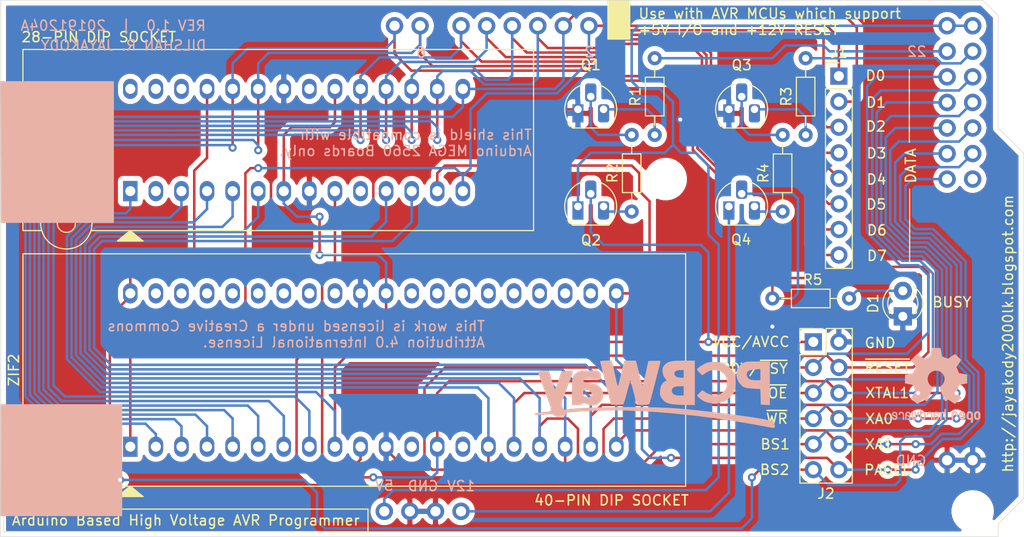
<source format=kicad_pcb>
(kicad_pcb (version 20171130) (host pcbnew 5.1.2-f72e74a~84~ubuntu18.04.1)
  (title_block (title https://github.com/dilshan/avr-hv2) (date 2020-03-08) (rev 1.0.0) (company "Dilshan R Jayakody") (comment 1 http://jayakody2000lk.blogspot.com) (comment 2 https://github.com/dilshan/avr-hv2) (comment 3 jayakody2000lk@gmail.com))
  (layers (0 F.Cu signal hide) (31 B.Cu signal hide) (34 B.Paste user hide) (35 F.Paste user hide) (36 B.SilkS user) (37 F.SilkS user hide) (38 B.Mask user) (39 F.Mask user) (44 Edge.Cuts user))
  (net 0 "")
  (net 1 GND)
  (net 2 "Net-(D1-Pad2)")
  (net 3 D0)
  (net 4 D1)
  (net 5 D2)
  (net 6 D3)
  (net 7 D4)
  (net 8 D5)
  (net 9 D6)
  (net 10 D7)
  (net 11 VCC)
  (net 12 RDY)
  (net 13 RESET)
  (net 14 OE)
  (net 15 XTAL1)
  (net 16 WR)
  (net 17 XA0)
  (net 18 BS1)
  (net 19 XA1)
  (net 20 BS2)
  (net 21 PAGEL)
  (net 22 "Net-(Q1-Pad2)")
  (net 23 "Net-(Q1-Pad3)")
  (net 24 5V)
  (net 25 "Net-(Q2-Pad3)")
  (net 26 "Net-(Q3-Pad2)")
  (net 27 "Net-(Q3-Pad3)")
  (net 28 12V)
  (net 29 "Net-(Q4-Pad3)")
  (net 30 VCC-CNT)
  (net 31 12V-CNT)
  (module pcbway:pcbway4 (layer B.Cu) (at 142.748 103.124 180)
    (fp_text reference G*** hide)
    (fp_text value LOGO hide)
  )
  (module Symbol:OSHW-Logo2_9.8x8mm_SilkScreen (layer B.Cu) (at 170.688 103.124 180)
    (fp_text reference REF** hide)
    (fp_text value OSHW-Logo2_9.8x8mm_SilkScreen hide)
  )
  (module avr-hv2:MEGA2560 (layer F.Cu) (at 125.799001 92.085001)
    (fp_text reference XA1 hide)
    (fp_text value "Arduino Mega2560")
    (pad D33 thru_hole oval (at 48.52 -9.46) (size 1.7272 1.7272) (drill 1.016) (layers *.Cu *.Mask))
    (pad D32 thru_hole oval (at 45.98 -9.46) (size 1.7272 1.7272) (drill 1.016) (layers *.Cu *.Mask) (net 21 PAGEL))
    (pad D28 thru_hole oval (at 45.98 -14.54) (size 1.7272 1.7272) (drill 1.016) (layers *.Cu *.Mask) (net 20 BS2))
    (pad D4 thru_hole oval (at 5.34 -24.7) (size 1.7272 1.7272) (drill 1.016) (layers *.Cu *.Mask) (net 5 D2))
    (pad D6 thru_hole oval (at 0.26 -24.7) (size 1.7272 1.7272) (drill 1.016) (layers *.Cu *.Mask) (net 7 D4))
    (pad D3 thru_hole oval (at 7.88 -24.7) (size 1.7272 1.7272) (drill 1.016) (layers *.Cu *.Mask) (net 4 D1))
    (pad D5 thru_hole oval (at 2.8 -24.7) (size 1.7272 1.7272) (drill 1.016) (layers *.Cu *.Mask) (net 6 D3))
    (pad 5V4 thru_hole oval (at 48.52 -24.7) (size 1.7272 1.7272) (drill 1.016) (layers *.Cu *.Mask) (net 24 5V))
    (pad GND3 thru_hole oval (at -4.82 23.56) (size 1.7272 1.7272) (drill 1.016) (layers *.Cu *.Mask) (net 1 GND))
    (pad D8 thru_hole oval (at -6.344 -24.7) (size 1.7272 1.7272) (drill 1.016) (layers *.Cu *.Mask) (net 9 D6))
    (pad D22 thru_hole oval (at 45.98 -22.16) (size 1.7272 1.7272) (drill 1.016) (layers *.Cu *.Mask) (net 30 VCC-CNT))
    (pad D27 thru_hole oval (at 48.52 -17.08) (size 1.7272 1.7272) (drill 1.016) (layers *.Cu *.Mask) (net 18 BS1))
    (pad D26 thru_hole oval (at 45.98 -17.08) (size 1.7272 1.7272) (drill 1.016) (layers *.Cu *.Mask) (net 16 WR))
    (pad D31 thru_hole oval (at 48.52 -12) (size 1.7272 1.7272) (drill 1.016) (layers *.Cu *.Mask) (net 19 XA1))
    (pad D29 thru_hole oval (at 48.52 -14.54) (size 1.7272 1.7272) (drill 1.016) (layers *.Cu *.Mask) (net 15 XTAL1))
    (pad 5V3 thru_hole oval (at 45.98 -24.7) (size 1.7272 1.7272) (drill 1.016) (layers *.Cu *.Mask) (net 24 5V))
    (pad 5V1 thru_hole oval (at -9.9 23.56) (size 1.7272 1.7272) (drill 1.016) (layers *.Cu *.Mask) (net 24 5V))
    (pad D2 thru_hole oval (at 10.42 -24.7) (size 1.7272 1.7272) (drill 1.016) (layers *.Cu *.Mask) (net 3 D0))
    (pad GND6 thru_hole oval (at 48.52 18.48) (size 1.7272 1.7272) (drill 1.016) (layers *.Cu *.Mask) (net 1 GND))
    (pad D23 thru_hole oval (at 48.52 -22.16) (size 1.7272 1.7272) (drill 1.016) (layers *.Cu *.Mask) (net 31 12V-CNT))
    (pad "" np_thru_hole circle (at 48.52 23.56) (size 3.2 3.2) (drill 3.2) (layers *.Cu *.Mask))
    (pad VIN thru_hole oval (at -2.28 23.56) (size 1.7272 1.7272) (drill 1.016) (layers *.Cu *.Mask) (net 28 12V))
    (pad D7 thru_hole oval (at -2.28 -24.7) (size 1.7272 1.7272) (drill 1.016) (layers *.Cu *.Mask) (net 8 D5))
    (pad GND2 thru_hole oval (at -7.36 23.56) (size 1.7272 1.7272) (drill 1.016) (layers *.Cu *.Mask) (net 1 GND))
    (pad D9 thru_hole oval (at -8.884 -24.7) (size 1.7272 1.7272) (drill 1.016) (layers *.Cu *.Mask) (net 10 D7))
    (pad GND5 thru_hole oval (at 45.98 18.48) (size 1.7272 1.7272) (drill 1.016) (layers *.Cu *.Mask) (net 1 GND))
    (pad D24 thru_hole oval (at 45.98 -19.62) (size 1.7272 1.7272) (drill 1.016) (layers *.Cu *.Mask) (net 12 RDY))
    (pad D30 thru_hole oval (at 45.98 -12) (size 1.7272 1.7272) (drill 1.016) (layers *.Cu *.Mask) (net 17 XA0))
    (pad D25 thru_hole oval (at 48.52 -19.62) (size 1.7272 1.7272) (drill 1.016) (layers *.Cu *.Mask) (net 14 OE))
    (pad "" np_thru_hole circle (at 18.04 -9.46) (size 3.2 3.2) (drill 3.2) (layers *.Cu *.Mask))
  )
  (module LED_THT:LED_D3.0mm (layer F.Cu) (at 167.386 96.266 90)
    (fp_text reference D1 (at 1.286 -2.96 90) (layer F.SilkS))
    (fp_text value "LED (RED)")
    (pad 2 thru_hole circle (at 2.54 0 90) (size 1.8 1.8) (drill 0.9) (layers *.Cu *.Mask) (net 2 "Net-(D1-Pad2)"))
    (pad 1 thru_hole rect (at 0 0 90) (size 1.8 1.8) (drill 0.9) (layers *.Cu *.Mask) (net 1 GND))
  )
  (module Connector_PinHeader_2.54mm:PinHeader_1x08_P2.54mm_Vertical (layer F.Cu) (at 161.036 72.39)
    (fp_text reference J1 (at 0 -2.33) (layer F.SilkS))
    (fp_text value PROG-DATA1)
    (pad 8 thru_hole oval (at 0 17.78) (size 1.7 1.7) (drill 1) (layers *.Cu *.Mask) (net 10 D7))
    (pad 7 thru_hole oval (at 0 15.24) (size 1.7 1.7) (drill 1) (layers *.Cu *.Mask) (net 9 D6))
    (pad 6 thru_hole oval (at 0 12.7) (size 1.7 1.7) (drill 1) (layers *.Cu *.Mask) (net 8 D5))
    (pad 5 thru_hole oval (at 0 10.16) (size 1.7 1.7) (drill 1) (layers *.Cu *.Mask) (net 7 D4))
    (pad 4 thru_hole oval (at 0 7.62) (size 1.7 1.7) (drill 1) (layers *.Cu *.Mask) (net 6 D3))
    (pad 3 thru_hole oval (at 0 5.08) (size 1.7 1.7) (drill 1) (layers *.Cu *.Mask) (net 5 D2))
    (pad 2 thru_hole oval (at 0 2.54) (size 1.7 1.7) (drill 1) (layers *.Cu *.Mask) (net 4 D1))
    (pad 1 thru_hole rect (at 0 0) (size 1.7 1.7) (drill 1) (layers *.Cu *.Mask) (net 3 D0))
  )
  (module Connector_PinHeader_2.54mm:PinHeader_2x06_P2.54mm_Vertical (layer F.Cu) (at 158.496 98.806)
    (fp_text reference J2 (at 1.254 15.074) (layer F.SilkS))
    (fp_text value PROG-DATA2)
    (pad 12 thru_hole oval (at 2.54 12.7) (size 1.7 1.7) (drill 1) (layers *.Cu *.Mask) (net 21 PAGEL))
    (pad 11 thru_hole oval (at 0 12.7) (size 1.7 1.7) (drill 1) (layers *.Cu *.Mask) (net 20 BS2))
    (pad 10 thru_hole oval (at 2.54 10.16) (size 1.7 1.7) (drill 1) (layers *.Cu *.Mask) (net 19 XA1))
    (pad 9 thru_hole oval (at 0 10.16) (size 1.7 1.7) (drill 1) (layers *.Cu *.Mask) (net 18 BS1))
    (pad 8 thru_hole oval (at 2.54 7.62) (size 1.7 1.7) (drill 1) (layers *.Cu *.Mask) (net 17 XA0))
    (pad 7 thru_hole oval (at 0 7.62) (size 1.7 1.7) (drill 1) (layers *.Cu *.Mask) (net 16 WR))
    (pad 6 thru_hole oval (at 2.54 5.08) (size 1.7 1.7) (drill 1) (layers *.Cu *.Mask) (net 15 XTAL1))
    (pad 5 thru_hole oval (at 0 5.08) (size 1.7 1.7) (drill 1) (layers *.Cu *.Mask) (net 14 OE))
    (pad 4 thru_hole oval (at 2.54 2.54) (size 1.7 1.7) (drill 1) (layers *.Cu *.Mask) (net 13 RESET))
    (pad 3 thru_hole oval (at 0 2.54) (size 1.7 1.7) (drill 1) (layers *.Cu *.Mask) (net 12 RDY))
    (pad 2 thru_hole oval (at 2.54 0) (size 1.7 1.7) (drill 1) (layers *.Cu *.Mask) (net 1 GND))
    (pad 1 thru_hole rect (at 0 0) (size 1.7 1.7) (drill 1) (layers *.Cu *.Mask) (net 11 VCC))
  )
  (module Package_TO_SOT_THT:TO-92_HandSolder (layer F.Cu) (at 135.128 75.692)
    (fp_text reference Q1 (at 1.27 -4.4) (layer F.SilkS))
    (fp_text value 2SC945)
    (pad 1 thru_hole rect (at 0 0) (size 1.1 1.8) (drill 0.75 (offset 0 0.4)) (layers *.Cu *.Mask) (net 1 GND))
    (pad 3 thru_hole roundrect (at 2.54 0) (size 1.1 1.8) (drill 0.75 (offset 0 0.4)) (layers *.Cu *.Mask) (net 23 "Net-(Q1-Pad3)"))
    (pad 2 thru_hole roundrect (at 1.27 -1.27) (size 1.1 1.8) (drill 0.75 (offset 0 -0.4)) (layers *.Cu *.Mask) (net 22 "Net-(Q1-Pad2)"))
  )
  (module Package_TO_SOT_THT:TO-92_HandSolder (layer F.Cu) (at 135.128 85.344)
    (fp_text reference Q2 (at 1.292 3.356) (layer F.SilkS))
    (fp_text value 2SA733)
    (pad 1 thru_hole rect (at 0 0) (size 1.1 1.8) (drill 0.75 (offset 0 0.4)) (layers *.Cu *.Mask) (net 24 5V))
    (pad 3 thru_hole roundrect (at 2.54 0) (size 1.1 1.8) (drill 0.75 (offset 0 0.4)) (layers *.Cu *.Mask) (net 25 "Net-(Q2-Pad3)"))
    (pad 2 thru_hole roundrect (at 1.27 -1.27) (size 1.1 1.8) (drill 0.75 (offset 0 -0.4)) (layers *.Cu *.Mask) (net 11 VCC))
  )
  (module Package_TO_SOT_THT:TO-92_HandSolder (layer F.Cu) (at 150.114 75.692)
    (fp_text reference Q3 (at 1.27 -4.4) (layer F.SilkS))
    (fp_text value 2SC945)
    (pad 1 thru_hole rect (at 0 0) (size 1.1 1.8) (drill 0.75 (offset 0 0.4)) (layers *.Cu *.Mask) (net 1 GND))
    (pad 3 thru_hole roundrect (at 2.54 0) (size 1.1 1.8) (drill 0.75 (offset 0 0.4)) (layers *.Cu *.Mask) (net 27 "Net-(Q3-Pad3)"))
    (pad 2 thru_hole roundrect (at 1.27 -1.27) (size 1.1 1.8) (drill 0.75 (offset 0 -0.4)) (layers *.Cu *.Mask) (net 26 "Net-(Q3-Pad2)"))
  )
  (module Package_TO_SOT_THT:TO-92_HandSolder (layer F.Cu) (at 150.114 85.344)
    (fp_text reference Q4 (at 1.216 3.306) (layer F.SilkS))
    (fp_text value 2SA733)
    (pad 1 thru_hole rect (at 0 0) (size 1.1 1.8) (drill 0.75 (offset 0 0.4)) (layers *.Cu *.Mask) (net 28 12V))
    (pad 3 thru_hole roundrect (at 2.54 0) (size 1.1 1.8) (drill 0.75 (offset 0 0.4)) (layers *.Cu *.Mask) (net 29 "Net-(Q4-Pad3)"))
    (pad 2 thru_hole roundrect (at 1.27 -1.27) (size 1.1 1.8) (drill 0.75 (offset 0 -0.4)) (layers *.Cu *.Mask) (net 13 RESET))
  )
  (module Resistor_THT:R_Axial_DIN0204_L3.6mm_D1.6mm_P7.62mm_Horizontal (layer F.Cu) (at 142.748 78.232 90)
    (fp_text reference R1 (at 3.81 -1.92 90) (layer F.SilkS))
    (fp_text value 10K)
    (pad 2 thru_hole oval (at 7.62 0 90) (size 1.4 1.4) (drill 0.7) (layers *.Cu *.Mask) (net 30 VCC-CNT))
    (pad 1 thru_hole circle (at 0 0 90) (size 1.4 1.4) (drill 0.7) (layers *.Cu *.Mask) (net 23 "Net-(Q1-Pad3)"))
  )
  (module Resistor_THT:R_Axial_DIN0204_L3.6mm_D1.6mm_P7.62mm_Horizontal (layer F.Cu) (at 140.462 85.852 90)
    (fp_text reference R2 (at 3.81 -1.92 90) (layer F.SilkS))
    (fp_text value 220R)
    (pad 2 thru_hole oval (at 7.62 0 90) (size 1.4 1.4) (drill 0.7) (layers *.Cu *.Mask) (net 22 "Net-(Q1-Pad2)"))
    (pad 1 thru_hole circle (at 0 0 90) (size 1.4 1.4) (drill 0.7) (layers *.Cu *.Mask) (net 25 "Net-(Q2-Pad3)"))
  )
  (module Resistor_THT:R_Axial_DIN0204_L3.6mm_D1.6mm_P7.62mm_Horizontal (layer F.Cu) (at 157.734 78.232 90)
    (fp_text reference R3 (at 3.81 -1.92 90) (layer F.SilkS))
    (fp_text value 10K)
    (pad 2 thru_hole oval (at 7.62 0 90) (size 1.4 1.4) (drill 0.7) (layers *.Cu *.Mask) (net 31 12V-CNT))
    (pad 1 thru_hole circle (at 0 0 90) (size 1.4 1.4) (drill 0.7) (layers *.Cu *.Mask) (net 27 "Net-(Q3-Pad3)"))
  )
  (module Resistor_THT:R_Axial_DIN0204_L3.6mm_D1.6mm_P7.62mm_Horizontal (layer F.Cu) (at 155.448 85.852 90)
    (fp_text reference R4 (at 3.81 -1.92 90) (layer F.SilkS))
    (fp_text value 220R)
    (pad 2 thru_hole oval (at 7.62 0 90) (size 1.4 1.4) (drill 0.7) (layers *.Cu *.Mask) (net 26 "Net-(Q3-Pad2)"))
    (pad 1 thru_hole circle (at 0 0 90) (size 1.4 1.4) (drill 0.7) (layers *.Cu *.Mask) (net 29 "Net-(Q4-Pad3)"))
  )
  (module Resistor_THT:R_Axial_DIN0204_L3.6mm_D1.6mm_P7.62mm_Horizontal (layer F.Cu) (at 162.052 94.488 180)
    (fp_text reference R5 (at 3.622 1.868) (layer F.SilkS))
    (fp_text value 4.7K)
    (pad 2 thru_hole oval (at 7.62 0 180) (size 1.4 1.4) (drill 0.7) (layers *.Cu *.Mask) (net 13 RESET))
    (pad 1 thru_hole circle (at 0 0 180) (size 1.4 1.4) (drill 0.7) (layers *.Cu *.Mask) (net 2 "Net-(D1-Pad2)"))
  )
  (module Socket:DIP_Socket-28_W6.9_W7.62_W10.16_W12.7_W13.5_3M_228-4817-00-0602J (layer F.Cu) (at 90.678 83.82 90)
    (fp_text reference ZIF1 (at 5.08 -11.56 90) (layer F.SilkS))
    (fp_text value MCU-28)
    (pad 15 thru_hole oval (at 10.16 33.02 90) (size 2 1.44) (drill 1) (layers *.Cu *.Mask) (net 4 D1))
    (pad 14 thru_hole oval (at 0 33.02 90) (size 2 1.44) (drill 1) (layers *.Cu *.Mask) (net 3 D0))
    (pad 16 thru_hole oval (at 10.16 30.48 90) (size 2 1.44) (drill 1) (layers *.Cu *.Mask) (net 5 D2))
    (pad 13 thru_hole oval (at 0 30.48 90) (size 2 1.44) (drill 1) (layers *.Cu *.Mask) (net 21 PAGEL))
    (pad 17 thru_hole oval (at 10.16 27.94 90) (size 2 1.44) (drill 1) (layers *.Cu *.Mask) (net 6 D3))
    (pad 12 thru_hole oval (at 0 27.94 90) (size 2 1.44) (drill 1) (layers *.Cu *.Mask) (net 19 XA1))
    (pad 18 thru_hole oval (at 10.16 25.4 90) (size 2 1.44) (drill 1) (layers *.Cu *.Mask) (net 7 D4))
    (pad 11 thru_hole oval (at 0 25.4 90) (size 2 1.44) (drill 1) (layers *.Cu *.Mask) (net 17 XA0))
    (pad 19 thru_hole oval (at 10.16 22.86 90) (size 2 1.44) (drill 1) (layers *.Cu *.Mask) (net 8 D5))
    (pad 10 thru_hole oval (at 0 22.86 90) (size 2 1.44) (drill 1) (layers *.Cu *.Mask))
    (pad 20 thru_hole oval (at 10.16 20.32 90) (size 2 1.44) (drill 1) (layers *.Cu *.Mask) (net 11 VCC))
    (pad 9 thru_hole oval (at 0 20.32 90) (size 2 1.44) (drill 1) (layers *.Cu *.Mask) (net 15 XTAL1))
    (pad 21 thru_hole oval (at 10.16 17.78 90) (size 2 1.44) (drill 1) (layers *.Cu *.Mask))
    (pad 8 thru_hole oval (at 0 17.78 90) (size 2 1.44) (drill 1) (layers *.Cu *.Mask) (net 1 GND))
    (pad 22 thru_hole oval (at 10.16 15.24 90) (size 2 1.44) (drill 1) (layers *.Cu *.Mask) (net 1 GND))
    (pad 7 thru_hole oval (at 0 15.24 90) (size 2 1.44) (drill 1) (layers *.Cu *.Mask) (net 11 VCC))
    (pad 23 thru_hole oval (at 10.16 12.7 90) (size 2 1.44) (drill 1) (layers *.Cu *.Mask) (net 9 D6))
    (pad 6 thru_hole oval (at 0 12.7 90) (size 2 1.44) (drill 1) (layers *.Cu *.Mask) (net 18 BS1))
    (pad 24 thru_hole oval (at 10.16 10.16 90) (size 2 1.44) (drill 1) (layers *.Cu *.Mask) (net 10 D7))
    (pad 5 thru_hole oval (at 0 10.16 90) (size 2 1.44) (drill 1) (layers *.Cu *.Mask) (net 16 WR))
    (pad 25 thru_hole oval (at 10.16 7.62 90) (size 2 1.44) (drill 1) (layers *.Cu *.Mask) (net 20 BS2))
    (pad 4 thru_hole oval (at 0 7.62 90) (size 2 1.44) (drill 1) (layers *.Cu *.Mask) (net 14 OE))
    (pad 26 thru_hole oval (at 10.16 5.08 90) (size 2 1.44) (drill 1) (layers *.Cu *.Mask))
    (pad 3 thru_hole oval (at 0 5.08 90) (size 2 1.44) (drill 1) (layers *.Cu *.Mask) (net 12 RDY))
    (pad 27 thru_hole oval (at 10.16 2.54 90) (size 2 1.44) (drill 1) (layers *.Cu *.Mask))
    (pad 2 thru_hole oval (at 0 2.54 90) (size 2 1.44) (drill 1) (layers *.Cu *.Mask))
    (pad 28 thru_hole oval (at 10.16 0 90) (size 2 1.44) (drill 1) (layers *.Cu *.Mask))
    (pad 1 thru_hole rect (at 0 0 90) (size 2 1.44) (drill 1) (layers *.Cu *.Mask) (net 13 RESET))
  )
  (module Socket:DIP_Socket-40_W11.9_W12.7_W15.24_W17.78_W18.5_3M_240-1280-00-0602J (layer F.Cu) (at 90.678 109.22 90)
    (fp_text reference ZIF2 (at 7.62 -11.56 90) (layer F.SilkS))
    (fp_text value MCU-40)
    (pad 21 thru_hole oval (at 15.24 48.26 90) (size 2 1.44) (drill 1) (layers *.Cu *.Mask) (net 21 PAGEL))
    (pad 20 thru_hole oval (at 0 48.26 90) (size 2 1.44) (drill 1) (layers *.Cu *.Mask) (net 19 XA1))
    (pad 22 thru_hole oval (at 15.24 45.72 90) (size 2 1.44) (drill 1) (layers *.Cu *.Mask))
    (pad 19 thru_hole oval (at 0 45.72 90) (size 2 1.44) (drill 1) (layers *.Cu *.Mask) (net 17 XA0))
    (pad 23 thru_hole oval (at 15.24 43.18 90) (size 2 1.44) (drill 1) (layers *.Cu *.Mask))
    (pad 18 thru_hole oval (at 0 43.18 90) (size 2 1.44) (drill 1) (layers *.Cu *.Mask) (net 18 BS1))
    (pad 24 thru_hole oval (at 15.24 40.64 90) (size 2 1.44) (drill 1) (layers *.Cu *.Mask))
    (pad 17 thru_hole oval (at 0 40.64 90) (size 2 1.44) (drill 1) (layers *.Cu *.Mask) (net 16 WR))
    (pad 25 thru_hole oval (at 15.24 38.1 90) (size 2 1.44) (drill 1) (layers *.Cu *.Mask))
    (pad 16 thru_hole oval (at 0 38.1 90) (size 2 1.44) (drill 1) (layers *.Cu *.Mask) (net 14 OE))
    (pad 26 thru_hole oval (at 15.24 35.56 90) (size 2 1.44) (drill 1) (layers *.Cu *.Mask))
    (pad 15 thru_hole oval (at 0 35.56 90) (size 2 1.44) (drill 1) (layers *.Cu *.Mask) (net 12 RDY))
    (pad 27 thru_hole oval (at 15.24 33.02 90) (size 2 1.44) (drill 1) (layers *.Cu *.Mask))
    (pad 14 thru_hole oval (at 0 33.02 90) (size 2 1.44) (drill 1) (layers *.Cu *.Mask))
    (pad 28 thru_hole oval (at 15.24 30.48 90) (size 2 1.44) (drill 1) (layers *.Cu *.Mask))
    (pad 13 thru_hole oval (at 0 30.48 90) (size 2 1.44) (drill 1) (layers *.Cu *.Mask) (net 15 XTAL1))
    (pad 29 thru_hole oval (at 15.24 27.94 90) (size 2 1.44) (drill 1) (layers *.Cu *.Mask))
    (pad 12 thru_hole oval (at 0 27.94 90) (size 2 1.44) (drill 1) (layers *.Cu *.Mask))
    (pad 30 thru_hole oval (at 15.24 25.4 90) (size 2 1.44) (drill 1) (layers *.Cu *.Mask) (net 11 VCC))
    (pad 11 thru_hole oval (at 0 25.4 90) (size 2 1.44) (drill 1) (layers *.Cu *.Mask) (net 1 GND))
    (pad 31 thru_hole oval (at 15.24 22.86 90) (size 2 1.44) (drill 1) (layers *.Cu *.Mask) (net 1 GND))
    (pad 10 thru_hole oval (at 0 22.86 90) (size 2 1.44) (drill 1) (layers *.Cu *.Mask) (net 11 VCC))
    (pad 32 thru_hole oval (at 15.24 20.32 90) (size 2 1.44) (drill 1) (layers *.Cu *.Mask))
    (pad 9 thru_hole oval (at 0 20.32 90) (size 2 1.44) (drill 1) (layers *.Cu *.Mask) (net 13 RESET))
    (pad 33 thru_hole oval (at 15.24 17.78 90) (size 2 1.44) (drill 1) (layers *.Cu *.Mask))
    (pad 8 thru_hole oval (at 0 17.78 90) (size 2 1.44) (drill 1) (layers *.Cu *.Mask) (net 10 D7))
    (pad 34 thru_hole oval (at 15.24 15.24 90) (size 2 1.44) (drill 1) (layers *.Cu *.Mask))
    (pad 7 thru_hole oval (at 0 15.24 90) (size 2 1.44) (drill 1) (layers *.Cu *.Mask) (net 9 D6))
    (pad 35 thru_hole oval (at 15.24 12.7 90) (size 2 1.44) (drill 1) (layers *.Cu *.Mask))
    (pad 6 thru_hole oval (at 0 12.7 90) (size 2 1.44) (drill 1) (layers *.Cu *.Mask) (net 8 D5))
    (pad 36 thru_hole oval (at 15.24 10.16 90) (size 2 1.44) (drill 1) (layers *.Cu *.Mask))
    (pad 5 thru_hole oval (at 0 10.16 90) (size 2 1.44) (drill 1) (layers *.Cu *.Mask) (net 7 D4))
    (pad 37 thru_hole oval (at 15.24 7.62 90) (size 2 1.44) (drill 1) (layers *.Cu *.Mask))
    (pad 4 thru_hole oval (at 0 7.62 90) (size 2 1.44) (drill 1) (layers *.Cu *.Mask) (net 6 D3))
    (pad 38 thru_hole oval (at 15.24 5.08 90) (size 2 1.44) (drill 1) (layers *.Cu *.Mask))
    (pad 3 thru_hole oval (at 0 5.08 90) (size 2 1.44) (drill 1) (layers *.Cu *.Mask) (net 5 D2))
    (pad 39 thru_hole oval (at 15.24 2.54 90) (size 2 1.44) (drill 1) (layers *.Cu *.Mask))
    (pad 2 thru_hole oval (at 0 2.54 90) (size 2 1.44) (drill 1) (layers *.Cu *.Mask) (net 4 D1))
    (pad 40 thru_hole oval (at 15.24 0 90) (size 2 1.44) (drill 1) (layers *.Cu *.Mask) (net 20 BS2))
    (pad 1 thru_hole rect (at 0 0 90) (size 2 1.44) (drill 1) (layers *.Cu *.Mask) (net 3 D0))
  )
  (gr_poly (pts (xy 138.09 64.83) (xy 140.28 64.83) (xy 140.28 68.72) (xy 138.09 68.72)) (layer F.SilkS) (width 0.1))
  (gr_text "Use with AVR MCUs which support \n+5V I/O and +12V RESET" (at 141.05 66.98) (layer F.SilkS) (effects (font (size 1 1)) (justify left)))
  (gr_text "DILSHAN R. JAYAKODY" (at 90 69.34) (layer B.SilkS) (effects (font (size 1 1)) (justify mirror)))
  (gr_text http://jayakody2000lk.blogspot.com (at 177.83 97.99 90) (layer F.SilkS) (effects (font (size 1 1))))
  (gr_line (start 78.1 117.67) (end 78.1 115.42) (layer F.SilkS) (width 0.12))
  (gr_line (start 114.28 117.67) (end 78.1 117.67) (layer F.SilkS) (width 0.12))
  (gr_line (start 114.28 115.42) (end 114.28 117.67) (layer F.SilkS) (width 0.12))
  (gr_line (start 78.12 115.42) (end 114.28 115.42) (layer F.SilkS) (width 0.12))
  (gr_text "Arduino Based High Voltage AVR Programmer" (at 96.19 116.54) (layer F.SilkS) (effects (font (size 1 1))))
  (gr_text "This shield is compatible with \nArduino MEGA 2560 Boards only." (at 130.64 79.02) (layer B.SilkS) (effects (font (size 1 1)) (justify left mirror)))
  (gr_text "REV 1.0  |  20191204A" (at 88.98 67.37) (layer B.SilkS) (effects (font (size 1 1)) (justify mirror)))
  (gr_text GND (at 168.2 110.62) (layer B.SilkS) (effects (font (size 1 1)) (justify mirror)))
  (gr_text 12V (at 123.52 113.13) (layer B.SilkS) (effects (font (size 1 1)) (justify mirror)))
  (gr_text GND (at 119.74 113.13) (layer B.SilkS) (effects (font (size 1 1)) (justify mirror)))
  (gr_text 5V (at 115.9 113.09) (layer B.SilkS) (effects (font (size 1 1)) (justify mirror)))
  (gr_text 6 (at 119.56 70.03) (layer B.SilkS) (effects (font (size 1 1)) (justify mirror)))
  (gr_text 2 (at 136.26 69.99) (layer B.SilkS) (effects (font (size 1 1)) (justify mirror)))
  (gr_text 22 (at 168.77 69.95) (layer B.SilkS) (effects (font (size 1 1)) (justify mirror)))
  (gr_text "This work is licensed under a Creative Commons \nAttribution 4.0 International License." (at 125.984 98.044) (layer B.SilkS) (effects (font (size 1 1)) (justify left mirror)))
  (gr_poly (pts (xy 77.81 105.05) (xy 89.83 105.05) (xy 89.82 116.07) (xy 77.8 116.07) (xy 77.81 105.05)) (layer B.SilkS) (width 0.1))
  (gr_poly (pts (xy 77.79 72.94) (xy 89 72.94) (xy 89 86.93) (xy 77.83 86.93)) (layer B.SilkS) (width 0.1))
  (gr_line (start 168.06 90.86) (end 168.06 83.62) (layer F.SilkS) (width 0.12))
  (gr_line (start 168.03 78.98) (end 168.03 71.74) (layer F.SilkS) (width 0.12))
  (gr_text DATA (at 168.18 81.3 90) (layer F.SilkS) (effects (font (size 1 1))))
  (gr_poly (pts (xy 89.41 114.175) (xy 91.96 114.175) (xy 90.68 113.13) (xy 89.439 114.13)) (layer F.SilkS) (width 0.1))
  (gr_poly (pts (xy 89.4 88.775) (xy 91.95 88.775) (xy 90.67 87.73) (xy 89.429 88.73)) (layer F.SilkS) (width 0.1))
  (gr_text BUSY (at 172.26 94.86) (layer F.SilkS) (effects (font (size 1 1))))
  (gr_text "40-PIN DIP SOCKET" (at 138.46 114.55) (layer F.SilkS) (effects (font (size 1 1))))
  (gr_text "28-PIN DIP SOCKET" (at 87.55 68.51) (layer F.SilkS) (effects (font (size 1 1))))
  (gr_text D5 (at 164.75 85.14) (layer F.SilkS) (effects (font (size 1 1))))
  (gr_text D6 (at 164.81 87.71) (layer F.SilkS) (effects (font (size 1 1))))
  (gr_text D7 (at 164.81 90.25) (layer F.SilkS) (effects (font (size 1 1))))
  (gr_text D4 (at 164.77 82.66) (layer F.SilkS) (effects (font (size 1 1))))
  (gr_text D3 (at 164.77 80.06) (layer F.SilkS) (effects (font (size 1 1))))
  (gr_text D2 (at 164.71 77.39) (layer F.SilkS) (effects (font (size 1 1))))
  (gr_text D1 (at 164.73 75.01) (layer F.SilkS) (effects (font (size 1 1))))
  (gr_text D0 (at 164.67 72.34) (layer F.SilkS) (effects (font (size 1 1))))
  (gr_text BS2 (at 154.66 111.51) (layer F.SilkS) (effects (font (size 1 1))))
  (gr_text BS1 (at 154.71 108.98) (layer F.SilkS) (effects (font (size 1 1))))
  (gr_text ~WR (at 154.88 106.44) (layer F.SilkS) (effects (font (size 1 1))))
  (gr_text ~OE (at 154.95 103.9) (layer F.SilkS) (effects (font (size 1 1))))
  (gr_text RDY/~BSY (at 152.61 101.46) (layer F.SilkS) (effects (font (size 1 1))))
  (gr_text VCC/AVCC (at 152.32 98.8) (layer F.SilkS) (effects (font (size 1 1))))
  (gr_text PAGEL (at 165.84 111.53) (layer F.SilkS) (effects (font (size 1 1))))
  (gr_text XA1 (at 165.02 108.97) (layer F.SilkS) (effects (font (size 1 1))))
  (gr_text XA0 (at 165.03 106.45) (layer F.SilkS) (effects (font (size 1 1))))
  (gr_text XTAL1 (at 165.84 103.88) (layer F.SilkS) (effects (font (size 1 1))))
  (gr_text ~RESET (at 165.86 101.34) (layer F.SilkS) (effects (font (size 1 1))))
  (gr_text GND (at 165.13 98.91) (layer F.SilkS) (effects (font (size 1 1))))
  (gr_line (start 77.81 64.85) (end 175.34 64.85) (layer Edge.Cuts) (width 0.05))
  (gr_line (start 77.81 118.17) (end 77.81 64.85) (layer Edge.Cuts) (width 0.05))
  (gr_line (start 176.85 118.17) (end 77.81 118.17) (layer Edge.Cuts) (width 0.05))
  (gr_line (start 176.85 116.9) (end 176.85 118.17) (layer Edge.Cuts) (width 0.05))
  (gr_line (start 179.4 114.35) (end 176.85 116.9) (layer Edge.Cuts) (width 0.05))
  (gr_line (start 179.4 80.08) (end 179.4 114.35) (layer Edge.Cuts) (width 0.05))
  (gr_line (start 176.85 77.53) (end 179.4 80.08) (layer Edge.Cuts) (width 0.05))
  (gr_line (start 176.85 66.36) (end 176.85 77.53) (layer Edge.Cuts) (width 0.05))
  (gr_line (start 175.34 64.85) (end 176.85 66.36) (layer Edge.Cuts) (width 0.05))
  (segment (start 161.036 98.806) (end 166.624 98.806) (width 0.25) (layer F.Cu) (net 1))
  (segment (start 167.386 98.044) (end 167.386 96.266) (width 0.25) (layer F.Cu) (net 1))
  (segment (start 166.624 98.806) (end 167.386 98.044) (width 0.25) (layer F.Cu) (net 1))
  (segment (start 108.458 85.344) (end 108.458 83.82) (width 0.25) (layer F.Cu) (net 1))
  (segment (start 105.664 86.36) (end 107.442 86.36) (width 0.25) (layer F.Cu) (net 1))
  (segment (start 107.442 86.36) (end 108.458 85.344) (width 0.25) (layer F.Cu) (net 1))
  (segment (start 105.918 73.66) (end 105.918 76.708) (width 0.25) (layer F.Cu) (net 1))
  (segment (start 105.918 76.708) (end 104.648 77.978) (width 0.25) (layer F.Cu) (net 1))
  (segment (start 104.648 77.978) (end 104.648 85.344) (width 0.25) (layer F.Cu) (net 1))
  (segment (start 104.648 85.344) (end 105.664 86.36) (width 0.25) (layer F.Cu) (net 1))
  (segment (start 135.128 75.692) (end 124.714 75.692) (width 0.25) (layer F.Cu) (net 1))
  (segment (start 124.714 75.692) (end 123.444 76.962) (width 0.25) (layer F.Cu) (net 1))
  (segment (start 123.444 76.962) (end 123.444 79.248) (width 0.25) (layer F.Cu) (net 1))
  (segment (start 123.444 79.248) (end 122.428 80.264) (width 0.25) (layer F.Cu) (net 1))
  (segment (start 108.458 81.28) (end 108.458 83.82) (width 0.25) (layer F.Cu) (net 1))
  (segment (start 109.474 80.264) (end 108.458 81.28) (width 0.25) (layer F.Cu) (net 1))
  (segment (start 135.128 75.692) (end 135.128 77.47) (width 0.25) (layer F.Cu) (net 1))
  (segment (start 135.128 77.47) (end 135.636 77.978) (width 0.25) (layer F.Cu) (net 1))
  (segment (start 135.636 77.978) (end 138.176 77.978) (width 0.25) (layer F.Cu) (net 1))
  (segment (start 138.176 77.978) (end 139.446 76.708) (width 0.25) (layer F.Cu) (net 1))
  (segment (start 139.446 76.708) (end 145.288 76.708) (width 0.25) (layer F.Cu) (net 1))
  (via (at 145.288 76.708) (size 0.8) (drill 0.4) (layers F.Cu B.Cu) (net 1))
  (segment (start 149.497999 76.308001) (end 150.114 75.692) (width 0.25) (layer B.Cu) (net 1))
  (segment (start 145.687999 76.308001) (end 149.497999 76.308001) (width 0.25) (layer B.Cu) (net 1))
  (segment (start 145.288 76.708) (end 145.687999 76.308001) (width 0.25) (layer B.Cu) (net 1))
  (segment (start 171.779001 110.565001) (end 174.319001 110.565001) (width 0.25) (layer F.Cu) (net 1))
  (segment (start 161.036 98.806) (end 161.036 97.028) (width 0.25) (layer F.Cu) (net 1))
  (segment (start 161.036 97.028) (end 160.274 96.266) (width 0.25) (layer F.Cu) (net 1))
  (segment (start 160.274 96.266) (end 155.448 96.266) (width 0.25) (layer F.Cu) (net 1))
  (segment (start 155.448 96.266) (end 154.432 97.282) (width 0.25) (layer F.Cu) (net 1))
  (via (at 154.432 97.282) (size 0.8) (drill 0.4) (layers F.Cu B.Cu) (net 1))
  (segment (start 171.779001 112.700999) (end 171.779001 110.565001) (width 0.25) (layer B.Cu) (net 1))
  (segment (start 170.434 114.046) (end 171.779001 112.700999) (width 0.25) (layer B.Cu) (net 1))
  (segment (start 155.956 114.046) (end 170.434 114.046) (width 0.25) (layer B.Cu) (net 1))
  (segment (start 154.432 97.282) (end 154.432 112.522) (width 0.25) (layer B.Cu) (net 1))
  (segment (start 154.432 112.522) (end 155.956 114.046) (width 0.25) (layer B.Cu) (net 1))
  (segment (start 145.288 76.708) (end 145.288 79.12805) (width 0.25) (layer F.Cu) (net 1))
  (segment (start 149.098 97.282) (end 154.432 97.282) (width 0.25) (layer F.Cu) (net 1))
  (segment (start 148.336 96.52) (end 149.098 97.282) (width 0.25) (layer F.Cu) (net 1))
  (segment (start 118.439001 115.645001) (end 118.439001 114.629001) (width 0.25) (layer F.Cu) (net 1))
  (segment (start 113.538 92.73) (end 114.808 91.46) (width 0.25) (layer F.Cu) (net 1))
  (segment (start 113.538 93.98) (end 113.538 92.73) (width 0.25) (layer F.Cu) (net 1))
  (segment (start 114.808 91.46) (end 114.808 81.026) (width 0.25) (layer F.Cu) (net 1))
  (segment (start 114.808 81.026) (end 114.046 80.264) (width 0.25) (layer F.Cu) (net 1))
  (segment (start 114.046 80.264) (end 109.474 80.264) (width 0.25) (layer F.Cu) (net 1))
  (segment (start 114.808 81.026) (end 115.57 80.264) (width 0.25) (layer F.Cu) (net 1))
  (segment (start 115.57 80.264) (end 122.428 80.264) (width 0.25) (layer F.Cu) (net 1))
  (segment (start 105.918 73.66) (end 105.918 71.12) (width 0.25) (layer F.Cu) (net 1))
  (segment (start 105.918 70.612) (end 105.918 71.12) (width 0.25) (layer F.Cu) (net 1))
  (segment (start 104.648 69.342) (end 105.918 70.612) (width 0.25) (layer F.Cu) (net 1))
  (segment (start 117.856 114.046) (end 89.154 114.046) (width 0.25) (layer F.Cu) (net 1))
  (segment (start 88.138 113.03) (end 88.138 70.612) (width 0.25) (layer F.Cu) (net 1))
  (segment (start 118.439001 114.629001) (end 117.856 114.046) (width 0.25) (layer F.Cu) (net 1))
  (segment (start 89.154 114.046) (end 88.138 113.03) (width 0.25) (layer F.Cu) (net 1))
  (segment (start 88.138 70.612) (end 89.408 69.342) (width 0.25) (layer F.Cu) (net 1))
  (segment (start 89.408 69.342) (end 104.648 69.342) (width 0.25) (layer F.Cu) (net 1))
  (segment (start 118.439001 115.645001) (end 120.979001 115.645001) (width 0.25) (layer B.Cu) (net 1))
  (segment (start 116.078 109.5) (end 116.078 109.22) (width 0.25) (layer F.Cu) (net 1))
  (segment (start 118.364 113.538) (end 118.364 111.786) (width 0.25) (layer F.Cu) (net 1))
  (segment (start 118.364 111.786) (end 116.078 109.5) (width 0.25) (layer F.Cu) (net 1))
  (segment (start 117.856 114.046) (end 118.364 113.538) (width 0.25) (layer F.Cu) (net 1))
  (segment (start 162.814 93.726) (end 162.052 94.488) (width 0.25) (layer B.Cu) (net 2))
  (segment (start 167.386 93.726) (end 162.814 93.726) (width 0.25) (layer B.Cu) (net 2))
  (segment (start 136.219001 67.385001) (end 159.841001 67.385001) (width 0.25) (layer F.Cu) (net 3))
  (segment (start 161.036 68.58) (end 161.036 72.39) (width 0.25) (layer F.Cu) (net 3))
  (segment (start 159.841001 67.385001) (end 161.036 68.58) (width 0.25) (layer F.Cu) (net 3))
  (segment (start 133.028401 74.110009) (end 136.219001 70.919409) (width 0.25) (layer B.Cu) (net 3))
  (segment (start 126.04199 74.11001) (end 133.028401 74.110009) (width 0.25) (layer B.Cu) (net 3))
  (segment (start 136.219001 70.919409) (end 136.219001 67.385001) (width 0.25) (layer B.Cu) (net 3))
  (segment (start 90.678 109.22) (end 90.678 98.044) (width 0.25) (layer F.Cu) (net 3))
  (segment (start 90.678 98.044) (end 91.44 97.282) (width 0.25) (layer F.Cu) (net 3))
  (segment (start 91.44 97.282) (end 101.346 97.282) (width 0.25) (layer F.Cu) (net 3))
  (segment (start 101.346 97.282) (end 102.108 96.52) (width 0.25) (layer F.Cu) (net 3))
  (segment (start 102.108 96.52) (end 102.108 88.392) (width 0.25) (layer F.Cu) (net 3))
  (segment (start 102.108 88.392) (end 102.108 82.042) (width 0.25) (layer F.Cu) (net 3))
  (segment (start 102.108 82.042) (end 102.616 81.534) (width 0.25) (layer F.Cu) (net 3))
  (segment (start 102.616 81.534) (end 103.378 81.534) (width 0.25) (layer F.Cu) (net 3))
  (via (at 103.378 81.534) (size 0.8) (drill 0.4) (layers F.Cu B.Cu) (net 3))
  (segment (start 122.936 81.534) (end 123.698 82.296) (width 0.25) (layer B.Cu) (net 3))
  (segment (start 103.378 81.534) (end 122.936 81.534) (width 0.25) (layer B.Cu) (net 3))
  (segment (start 123.698 83.82) (end 123.698 82.296) (width 0.25) (layer B.Cu) (net 3))
  (segment (start 123.698 82.296) (end 124.46 81.534) (width 0.25) (layer B.Cu) (net 3))
  (segment (start 124.46 75.692) (end 126.04199 74.11001) (width 0.25) (layer B.Cu) (net 3))
  (segment (start 124.46 81.534) (end 124.46 75.692) (width 0.25) (layer B.Cu) (net 3))
  (segment (start 123.698 75.438) (end 123.698 73.66) (width 0.25) (layer B.Cu) (net 4))
  (segment (start 122.70404 76.43196) (end 123.698 75.438) (width 0.25) (layer B.Cu) (net 4))
  (segment (start 93.218 107.97) (end 92.182 106.934) (width 0.25) (layer B.Cu) (net 4))
  (segment (start 93.218 109.22) (end 93.218 107.97) (width 0.25) (layer B.Cu) (net 4))
  (segment (start 80.264004 104.274054) (end 80.264004 79.113946) (width 0.25) (layer B.Cu) (net 4))
  (segment (start 82.94599 76.43196) (end 122.70404 76.43196) (width 0.25) (layer B.Cu) (net 4))
  (segment (start 92.182 106.934) (end 82.92395 106.934) (width 0.25) (layer B.Cu) (net 4))
  (segment (start 80.264004 79.113946) (end 82.94599 76.43196) (width 0.25) (layer B.Cu) (net 4))
  (segment (start 82.92395 106.934) (end 80.264004 104.274054) (width 0.25) (layer B.Cu) (net 4))
  (segment (start 133.679001 67.385001) (end 135.278002 65.786) (width 0.25) (layer F.Cu) (net 4))
  (segment (start 135.278002 65.786) (end 161.036 65.786) (width 0.25) (layer F.Cu) (net 4))
  (segment (start 161.036 65.786) (end 162.814 67.564) (width 0.25) (layer F.Cu) (net 4))
  (segment (start 162.814 67.564) (end 162.814 74.422) (width 0.25) (layer F.Cu) (net 4))
  (segment (start 162.306 74.93) (end 161.036 74.93) (width 0.25) (layer F.Cu) (net 4))
  (segment (start 162.814 74.422) (end 162.306 74.93) (width 0.25) (layer F.Cu) (net 4))
  (segment (start 123.698 73.66) (end 132.842 73.66) (width 0.25) (layer B.Cu) (net 4))
  (segment (start 133.679001 72.822999) (end 133.679001 67.385001) (width 0.25) (layer B.Cu) (net 4))
  (segment (start 132.842 73.66) (end 133.679001 72.822999) (width 0.25) (layer B.Cu) (net 4))
  (via (at 121.158 78.74) (size 0.8) (drill 0.4) (layers F.Cu B.Cu) (net 5))
  (segment (start 121.158 73.66) (end 121.158 78.74) (width 0.25) (layer F.Cu) (net 5))
  (segment (start 95.758 107.97) (end 95.758 109.22) (width 0.25) (layer B.Cu) (net 5))
  (segment (start 95.758 107.188) (end 95.758 107.97) (width 0.25) (layer B.Cu) (net 5))
  (segment (start 83.110349 106.48399) (end 95.05399 106.48399) (width 0.25) (layer B.Cu) (net 5))
  (segment (start 121.158 78.74) (end 121.158 77.47) (width 0.25) (layer B.Cu) (net 5))
  (segment (start 120.56997 76.88197) (end 83.13239 76.88197) (width 0.25) (layer B.Cu) (net 5))
  (segment (start 95.05399 106.48399) (end 95.758 107.188) (width 0.25) (layer B.Cu) (net 5))
  (segment (start 121.158 77.47) (end 120.56997 76.88197) (width 0.25) (layer B.Cu) (net 5))
  (segment (start 83.13239 76.88197) (end 80.714013 79.300347) (width 0.25) (layer B.Cu) (net 5))
  (segment (start 80.714013 79.300347) (end 80.714012 104.087648) (width 0.25) (layer B.Cu) (net 5))
  (segment (start 80.714012 104.087648) (end 83.110349 106.48399) (width 0.25) (layer B.Cu) (net 5))
  (segment (start 131.139001 68.606315) (end 131.139001 67.385001) (width 0.25) (layer F.Cu) (net 5))
  (segment (start 132.128686 69.596) (end 131.139001 68.606315) (width 0.25) (layer F.Cu) (net 5))
  (segment (start 136.906 69.596) (end 132.128686 69.596) (width 0.25) (layer F.Cu) (net 5))
  (segment (start 161.036 77.47) (end 159.833919 77.47) (width 0.25) (layer F.Cu) (net 5))
  (segment (start 159.833919 77.47) (end 159.512 77.148081) (width 0.25) (layer F.Cu) (net 5))
  (segment (start 158.767011 67.835011) (end 138.666989 67.835011) (width 0.25) (layer F.Cu) (net 5))
  (segment (start 159.512 77.148081) (end 159.512 68.58) (width 0.25) (layer F.Cu) (net 5))
  (segment (start 159.512 68.58) (end 158.767011 67.835011) (width 0.25) (layer F.Cu) (net 5))
  (segment (start 138.666989 67.835011) (end 136.906 69.596) (width 0.25) (layer F.Cu) (net 5))
  (segment (start 121.158 72.41) (end 121.686 71.882) (width 0.25) (layer B.Cu) (net 5))
  (segment (start 121.158 73.66) (end 121.158 72.41) (width 0.25) (layer B.Cu) (net 5))
  (segment (start 121.686 71.882) (end 124.46 71.882) (width 0.25) (layer B.Cu) (net 5))
  (segment (start 124.46 71.882) (end 125.78799 73.20999) (width 0.25) (layer B.Cu) (net 5))
  (segment (start 125.78799 73.20999) (end 130.49801 73.20999) (width 0.25) (layer B.Cu) (net 5))
  (segment (start 131.139001 72.568999) (end 131.139001 67.385001) (width 0.25) (layer B.Cu) (net 5))
  (segment (start 130.49801 73.20999) (end 131.139001 72.568999) (width 0.25) (layer B.Cu) (net 5))
  (via (at 118.618 78.74) (size 0.8) (drill 0.4) (layers F.Cu B.Cu) (net 6))
  (segment (start 118.618 73.66) (end 118.618 78.74) (width 0.25) (layer F.Cu) (net 6))
  (segment (start 118.618 77.978) (end 118.618 78.74) (width 0.25) (layer B.Cu) (net 6))
  (segment (start 117.97198 77.33198) (end 118.618 77.978) (width 0.25) (layer B.Cu) (net 6))
  (segment (start 83.31879 77.33198) (end 117.97198 77.33198) (width 0.25) (layer B.Cu) (net 6))
  (segment (start 81.164022 79.486748) (end 83.31879 77.33198) (width 0.25) (layer B.Cu) (net 6))
  (segment (start 98.298 107.188) (end 97.14398 106.03398) (width 0.25) (layer B.Cu) (net 6))
  (segment (start 98.298 109.22) (end 98.298 107.188) (width 0.25) (layer B.Cu) (net 6))
  (segment (start 81.164021 103.901249) (end 81.16402 102.108) (width 0.25) (layer B.Cu) (net 6))
  (segment (start 81.16402 102.108) (end 81.164022 79.486748) (width 0.25) (layer B.Cu) (net 6))
  (segment (start 97.14398 106.03398) (end 83.296749 106.03398) (width 0.25) (layer B.Cu) (net 6))
  (segment (start 83.296749 106.03398) (end 81.164021 103.901249) (width 0.25) (layer B.Cu) (net 6))
  (segment (start 130.038696 70.04601) (end 137.092401 70.046009) (width 0.25) (layer F.Cu) (net 6))
  (segment (start 128.599001 67.385001) (end 128.599001 68.606315) (width 0.25) (layer F.Cu) (net 6))
  (segment (start 128.599001 68.606315) (end 130.038696 70.04601) (width 0.25) (layer F.Cu) (net 6))
  (segment (start 137.092401 70.046009) (end 138.853389 68.285021) (width 0.25) (layer F.Cu) (net 6))
  (segment (start 138.853389 68.285021) (end 146.517021 68.285021) (width 0.25) (layer F.Cu) (net 6))
  (segment (start 146.517021 68.285021) (end 148.336 70.104) (width 0.25) (layer F.Cu) (net 6))
  (segment (start 148.336 70.104) (end 148.336 78.994) (width 0.25) (layer F.Cu) (net 6))
  (segment (start 149.352 80.01) (end 161.036 80.01) (width 0.25) (layer F.Cu) (net 6))
  (segment (start 148.336 78.994) (end 149.352 80.01) (width 0.25) (layer F.Cu) (net 6))
  (segment (start 118.618 73.66) (end 118.618 72.41) (width 0.25) (layer B.Cu) (net 6))
  (segment (start 128.599001 72.314999) (end 128.599001 67.385001) (width 0.25) (layer B.Cu) (net 6))
  (segment (start 119.59601 71.43199) (end 124.646401 71.431991) (width 0.25) (layer B.Cu) (net 6))
  (segment (start 128.15402 72.75998) (end 128.599001 72.314999) (width 0.25) (layer B.Cu) (net 6))
  (segment (start 118.618 72.41) (end 119.59601 71.43199) (width 0.25) (layer B.Cu) (net 6))
  (segment (start 124.646401 71.431991) (end 125.97439 72.75998) (width 0.25) (layer B.Cu) (net 6))
  (segment (start 125.97439 72.75998) (end 128.15402 72.75998) (width 0.25) (layer B.Cu) (net 6))
  (segment (start 116.078 78.486) (end 116.078 78.74) (width 0.25) (layer B.Cu) (net 7))
  (via (at 116.078 78.74) (size 0.8) (drill 0.4) (layers F.Cu B.Cu) (net 7))
  (segment (start 116.078 73.66) (end 116.078 78.74) (width 0.25) (layer F.Cu) (net 7))
  (segment (start 100.838 107.97) (end 100.838 109.22) (width 0.25) (layer B.Cu) (net 7))
  (segment (start 99.99597 105.58397) (end 100.838 106.426) (width 0.25) (layer B.Cu) (net 7))
  (segment (start 85.598 105.58397) (end 99.99597 105.58397) (width 0.25) (layer B.Cu) (net 7))
  (segment (start 116.078 78.174315) (end 115.685675 77.78199) (width 0.25) (layer B.Cu) (net 7))
  (segment (start 116.078 78.74) (end 116.078 78.174315) (width 0.25) (layer B.Cu) (net 7))
  (segment (start 83.483148 105.583968) (end 85.598 105.58397) (width 0.25) (layer B.Cu) (net 7))
  (segment (start 81.614031 79.673149) (end 81.61403 103.71485) (width 0.25) (layer B.Cu) (net 7))
  (segment (start 83.50519 77.78199) (end 81.614031 79.673149) (width 0.25) (layer B.Cu) (net 7))
  (segment (start 100.838 106.426) (end 100.838 107.97) (width 0.25) (layer B.Cu) (net 7))
  (segment (start 115.685675 77.78199) (end 83.50519 77.78199) (width 0.25) (layer B.Cu) (net 7))
  (segment (start 81.61403 103.71485) (end 83.483148 105.583968) (width 0.25) (layer B.Cu) (net 7))
  (segment (start 149.22359 80.518) (end 159.004 80.518) (width 0.25) (layer F.Cu) (net 7))
  (segment (start 147.88599 70.2904) (end 147.885991 79.180401) (width 0.25) (layer F.Cu) (net 7))
  (segment (start 126.059001 68.606315) (end 127.948705 70.496019) (width 0.25) (layer F.Cu) (net 7))
  (segment (start 159.004 80.518) (end 161.036 82.55) (width 0.25) (layer F.Cu) (net 7))
  (segment (start 126.059001 67.385001) (end 126.059001 68.606315) (width 0.25) (layer F.Cu) (net 7))
  (segment (start 147.885991 79.180401) (end 149.22359 80.518) (width 0.25) (layer F.Cu) (net 7))
  (segment (start 127.948705 70.496019) (end 137.278802 70.496018) (width 0.25) (layer F.Cu) (net 7))
  (segment (start 137.278802 70.496018) (end 139.039789 68.735031) (width 0.25) (layer F.Cu) (net 7))
  (segment (start 139.039789 68.735031) (end 146.330621 68.735031) (width 0.25) (layer F.Cu) (net 7))
  (segment (start 146.330621 68.735031) (end 147.88599 70.2904) (width 0.25) (layer F.Cu) (net 7))
  (segment (start 126.059001 69.774999) (end 126.059001 67.385001) (width 0.25) (layer B.Cu) (net 7))
  (segment (start 124.852019 70.981981) (end 126.059001 69.774999) (width 0.25) (layer B.Cu) (net 7))
  (segment (start 117.506019 70.981981) (end 124.852019 70.981981) (width 0.25) (layer B.Cu) (net 7))
  (segment (start 116.078 73.66) (end 116.078 72.41) (width 0.25) (layer B.Cu) (net 7))
  (segment (start 116.078 72.41) (end 117.506019 70.981981) (width 0.25) (layer B.Cu) (net 7))
  (segment (start 113.03 78.232) (end 113.538 78.74) (width 0.25) (layer B.Cu) (net 8))
  (via (at 113.538 78.74) (size 0.8) (drill 0.4) (layers F.Cu B.Cu) (net 8))
  (segment (start 113.538 73.66) (end 113.538 78.74) (width 0.25) (layer F.Cu) (net 8))
  (segment (start 95.25 78.232) (end 113.03 78.232) (width 0.25) (layer B.Cu) (net 8))
  (segment (start 94.996 78.232) (end 95.25 78.232) (width 0.25) (layer B.Cu) (net 8))
  (segment (start 103.378 107.97) (end 103.378 109.22) (width 0.25) (layer B.Cu) (net 8))
  (segment (start 103.378 106.172) (end 103.378 107.97) (width 0.25) (layer B.Cu) (net 8))
  (segment (start 83.69159 78.232) (end 82.06404 79.85955) (width 0.25) (layer B.Cu) (net 8))
  (segment (start 95.25 78.232) (end 83.69159 78.232) (width 0.25) (layer B.Cu) (net 8))
  (segment (start 82.06404 79.85955) (end 82.06404 103.52845) (width 0.25) (layer B.Cu) (net 8))
  (segment (start 82.06404 103.52845) (end 83.669549 105.133959) (width 0.25) (layer B.Cu) (net 8))
  (segment (start 83.669549 105.133959) (end 102.33996 105.13396) (width 0.25) (layer B.Cu) (net 8))
  (segment (start 102.33996 105.13396) (end 103.378 106.172) (width 0.25) (layer B.Cu) (net 8))
  (segment (start 159.258 84.328) (end 160.02 85.09) (width 0.25) (layer F.Cu) (net 8))
  (segment (start 159.258 81.788) (end 159.258 84.328) (width 0.25) (layer F.Cu) (net 8))
  (segment (start 158.496 81.026) (end 159.258 81.788) (width 0.25) (layer F.Cu) (net 8))
  (segment (start 147.435982 70.476802) (end 147.435982 79.366802) (width 0.25) (layer F.Cu) (net 8))
  (segment (start 160.02 85.09) (end 161.036 85.09) (width 0.25) (layer F.Cu) (net 8))
  (segment (start 146.144221 69.185041) (end 147.435982 70.476802) (width 0.25) (layer F.Cu) (net 8))
  (segment (start 139.226189 69.185041) (end 146.144221 69.185041) (width 0.25) (layer F.Cu) (net 8))
  (segment (start 149.09518 81.026) (end 158.496 81.026) (width 0.25) (layer F.Cu) (net 8))
  (segment (start 123.519001 67.385001) (end 123.519001 68.909001) (width 0.25) (layer F.Cu) (net 8))
  (segment (start 147.435982 79.366802) (end 149.09518 81.026) (width 0.25) (layer F.Cu) (net 8))
  (segment (start 139.226189 69.185041) (end 137.465201 70.946027) (width 0.25) (layer F.Cu) (net 8))
  (segment (start 137.465201 70.946027) (end 125.556027 70.946027) (width 0.25) (layer F.Cu) (net 8))
  (segment (start 123.519001 68.909001) (end 124.714 70.104) (width 0.25) (layer F.Cu) (net 8))
  (segment (start 125.556027 70.946027) (end 124.714 70.104) (width 0.25) (layer F.Cu) (net 8))
  (segment (start 123.519001 69.520999) (end 123.519001 67.385001) (width 0.25) (layer B.Cu) (net 8))
  (segment (start 122.508029 70.531971) (end 123.519001 69.520999) (width 0.25) (layer B.Cu) (net 8))
  (segment (start 115.416029 70.531971) (end 122.508029 70.531971) (width 0.25) (layer B.Cu) (net 8))
  (segment (start 113.538 73.66) (end 113.538 72.41) (width 0.25) (layer B.Cu) (net 8))
  (segment (start 113.538 72.41) (end 115.416029 70.531971) (width 0.25) (layer B.Cu) (net 8))
  (via (at 103.378 79.756) (size 0.8) (drill 0.4) (layers F.Cu B.Cu) (net 9))
  (segment (start 103.378 73.66) (end 103.378 79.756) (width 0.25) (layer F.Cu) (net 9))
  (segment (start 105.918 108.94) (end 105.918 109.22) (width 0.25) (layer B.Cu) (net 9))
  (segment (start 104.42995 104.68395) (end 105.918 106.172) (width 0.25) (layer B.Cu) (net 9))
  (segment (start 83.85595 104.68395) (end 104.42995 104.68395) (width 0.25) (layer B.Cu) (net 9))
  (segment (start 103.378 79.756) (end 103.378 79.248) (width 0.25) (layer B.Cu) (net 9))
  (segment (start 82.55 80.01) (end 82.55 103.378) (width 0.25) (layer B.Cu) (net 9))
  (segment (start 102.87 78.74) (end 83.82 78.74) (width 0.25) (layer B.Cu) (net 9))
  (segment (start 103.378 79.248) (end 102.87 78.74) (width 0.25) (layer B.Cu) (net 9))
  (segment (start 83.82 78.74) (end 82.55 80.01) (width 0.25) (layer B.Cu) (net 9))
  (segment (start 105.918 106.172) (end 105.918 109.22) (width 0.25) (layer B.Cu) (net 9))
  (segment (start 82.55 103.378) (end 83.85595 104.68395) (width 0.25) (layer B.Cu) (net 9))
  (segment (start 159.766 87.63) (end 161.036 87.63) (width 0.25) (layer F.Cu) (net 9))
  (segment (start 158.80799 82.60799) (end 158.80799 86.67199) (width 0.25) (layer F.Cu) (net 9))
  (segment (start 157.734 81.534) (end 158.80799 82.60799) (width 0.25) (layer F.Cu) (net 9))
  (segment (start 148.96677 81.534) (end 157.734 81.534) (width 0.25) (layer F.Cu) (net 9))
  (segment (start 146.985973 79.553203) (end 148.96677 81.534) (width 0.25) (layer F.Cu) (net 9))
  (segment (start 146.985972 73.833972) (end 146.985973 79.553203) (width 0.25) (layer F.Cu) (net 9))
  (segment (start 120.672037 71.396037) (end 137.436037 71.396037) (width 0.25) (layer F.Cu) (net 9))
  (segment (start 119.455001 70.179001) (end 120.672037 71.396037) (width 0.25) (layer F.Cu) (net 9))
  (segment (start 119.455001 67.385001) (end 119.455001 70.179001) (width 0.25) (layer F.Cu) (net 9))
  (segment (start 145.542 72.39) (end 146.985972 73.833972) (width 0.25) (layer F.Cu) (net 9))
  (segment (start 158.80799 86.67199) (end 159.766 87.63) (width 0.25) (layer F.Cu) (net 9))
  (segment (start 137.436037 71.396037) (end 138.43 72.39) (width 0.25) (layer F.Cu) (net 9))
  (segment (start 138.43 72.39) (end 145.542 72.39) (width 0.25) (layer F.Cu) (net 9))
  (segment (start 118.640039 70.081961) (end 119.455001 69.266999) (width 0.25) (layer B.Cu) (net 9))
  (segment (start 119.455001 69.266999) (end 119.455001 67.385001) (width 0.25) (layer B.Cu) (net 9))
  (segment (start 104.416039 70.081961) (end 118.640039 70.081961) (width 0.25) (layer B.Cu) (net 9))
  (segment (start 103.378 73.66) (end 103.378 71.12) (width 0.25) (layer B.Cu) (net 9))
  (segment (start 103.378 71.12) (end 104.416039 70.081961) (width 0.25) (layer B.Cu) (net 9))
  (via (at 100.838 79.502) (size 0.8) (drill 0.4) (layers F.Cu B.Cu) (net 10))
  (segment (start 100.838 73.66) (end 100.838 79.502) (width 0.25) (layer F.Cu) (net 10))
  (segment (start 108.458 108.94) (end 108.458 109.22) (width 0.25) (layer B.Cu) (net 10))
  (segment (start 159.258 90.17) (end 161.036 90.17) (width 0.25) (layer F.Cu) (net 10))
  (segment (start 158.242 83.058) (end 158.242 89.154) (width 0.25) (layer F.Cu) (net 10))
  (segment (start 148.83836 82.042) (end 157.226 82.042) (width 0.25) (layer F.Cu) (net 10))
  (segment (start 146.535964 74.020374) (end 146.535964 79.739604) (width 0.25) (layer F.Cu) (net 10))
  (segment (start 145.41359 72.898) (end 146.535964 74.020374) (width 0.25) (layer F.Cu) (net 10))
  (segment (start 145.288 72.898) (end 145.41359 72.898) (width 0.25) (layer F.Cu) (net 10))
  (segment (start 116.915001 70.179001) (end 118.582047 71.846047) (width 0.25) (layer F.Cu) (net 10))
  (segment (start 145.230009 72.840009) (end 145.288 72.898) (width 0.25) (layer F.Cu) (net 10))
  (segment (start 146.535964 79.739604) (end 148.83836 82.042) (width 0.25) (layer F.Cu) (net 10))
  (segment (start 116.915001 67.385001) (end 116.915001 70.179001) (width 0.25) (layer F.Cu) (net 10))
  (segment (start 137.249637 71.846047) (end 138.243599 72.840009) (width 0.25) (layer F.Cu) (net 10))
  (segment (start 158.242 89.154) (end 159.258 90.17) (width 0.25) (layer F.Cu) (net 10))
  (segment (start 118.582047 71.846047) (end 137.249637 71.846047) (width 0.25) (layer F.Cu) (net 10))
  (segment (start 157.226 82.042) (end 158.242 83.058) (width 0.25) (layer F.Cu) (net 10))
  (segment (start 138.243599 72.840009) (end 145.230009 72.840009) (width 0.25) (layer F.Cu) (net 10))
  (segment (start 116.042049 69.631951) (end 116.915001 68.758999) (width 0.25) (layer B.Cu) (net 10))
  (segment (start 102.326049 69.631951) (end 116.042049 69.631951) (width 0.25) (layer B.Cu) (net 10))
  (segment (start 116.915001 68.758999) (end 116.915001 67.385001) (width 0.25) (layer B.Cu) (net 10))
  (segment (start 100.838 73.66) (end 100.838 71.12) (width 0.25) (layer B.Cu) (net 10))
  (segment (start 100.838 71.12) (end 102.326049 69.631951) (width 0.25) (layer B.Cu) (net 10))
  (segment (start 100.584 79.248) (end 100.838 79.502) (width 0.25) (layer B.Cu) (net 10))
  (segment (start 83.94841 79.248) (end 100.584 79.248) (width 0.25) (layer B.Cu) (net 10))
  (segment (start 108.458 105.664) (end 107.02794 104.23394) (width 0.25) (layer B.Cu) (net 10))
  (segment (start 108.458 109.22) (end 108.458 105.664) (width 0.25) (layer B.Cu) (net 10))
  (segment (start 107.02794 104.23394) (end 84.16794 104.23394) (width 0.25) (layer B.Cu) (net 10))
  (segment (start 84.16794 104.23394) (end 83.058 103.124) (width 0.25) (layer B.Cu) (net 10))
  (segment (start 83.058 103.124) (end 83.058 80.13841) (width 0.25) (layer B.Cu) (net 10))
  (segment (start 83.058 80.13841) (end 83.94841 79.248) (width 0.25) (layer B.Cu) (net 10))
  (segment (start 105.918 83.82) (end 105.918 78.232) (width 0.25) (layer F.Cu) (net 11))
  (segment (start 105.918 78.232) (end 106.68 77.47) (width 0.25) (layer F.Cu) (net 11))
  (segment (start 106.68 77.47) (end 110.49 77.47) (width 0.25) (layer F.Cu) (net 11))
  (segment (start 110.998 76.962) (end 110.998 73.66) (width 0.25) (layer F.Cu) (net 11))
  (segment (start 110.49 77.47) (end 110.998 76.962) (width 0.25) (layer F.Cu) (net 11))
  (segment (start 136.398 84.074) (end 136.398 87.884) (width 0.25) (layer B.Cu) (net 11))
  (segment (start 136.398 87.884) (end 137.668 89.154) (width 0.25) (layer B.Cu) (net 11))
  (segment (start 137.668 89.154) (end 147.32 89.154) (width 0.25) (layer B.Cu) (net 11))
  (segment (start 147.32 89.154) (end 148.082 89.916) (width 0.25) (layer B.Cu) (net 11))
  (via (at 148.082 98.806) (size 0.8) (drill 0.4) (layers F.Cu B.Cu) (net 11))
  (segment (start 148.082 89.916) (end 148.082 98.806) (width 0.25) (layer B.Cu) (net 11))
  (segment (start 148.082 98.806) (end 158.496 98.806) (width 0.25) (layer F.Cu) (net 11))
  (segment (start 148.082 98.806) (end 116.586 98.806) (width 0.25) (layer F.Cu) (net 11))
  (segment (start 116.586 98.806) (end 116.078 98.298) (width 0.25) (layer F.Cu) (net 11))
  (segment (start 116.078 93.98) (end 116.078 98.298) (width 0.25) (layer F.Cu) (net 11))
  (segment (start 113.538 110.49) (end 113.538 109.22) (width 0.25) (layer F.Cu) (net 11))
  (segment (start 112.522 111.506) (end 113.538 110.49) (width 0.25) (layer F.Cu) (net 11))
  (segment (start 115.57 98.806) (end 110.49 98.806) (width 0.25) (layer F.Cu) (net 11))
  (segment (start 116.078 98.298) (end 115.57 98.806) (width 0.25) (layer F.Cu) (net 11))
  (segment (start 109.728 110.49) (end 110.744 111.506) (width 0.25) (layer F.Cu) (net 11))
  (segment (start 110.49 98.806) (end 109.728 99.568) (width 0.25) (layer F.Cu) (net 11))
  (segment (start 109.728 99.568) (end 109.728 110.49) (width 0.25) (layer F.Cu) (net 11))
  (segment (start 110.744 111.506) (end 112.522 111.506) (width 0.25) (layer F.Cu) (net 11))
  (segment (start 105.918 85.07) (end 107.208 86.36) (width 0.25) (layer B.Cu) (net 11))
  (segment (start 105.918 83.82) (end 105.918 85.07) (width 0.25) (layer B.Cu) (net 11))
  (segment (start 107.208 86.36) (end 109.474 86.36) (width 0.25) (layer B.Cu) (net 11))
  (via (at 109.474 86.36) (size 0.8) (drill 0.4) (layers F.Cu B.Cu) (net 11))
  (via (at 109.474 90.17) (size 0.8) (drill 0.4) (layers F.Cu B.Cu) (net 11))
  (segment (start 109.474 86.36) (end 109.474 90.17) (width 0.25) (layer F.Cu) (net 11))
  (segment (start 109.474 90.17) (end 115.316 90.17) (width 0.25) (layer B.Cu) (net 11))
  (segment (start 116.078 90.932) (end 116.078 93.98) (width 0.25) (layer B.Cu) (net 11))
  (segment (start 115.316 90.17) (end 116.078 90.932) (width 0.25) (layer B.Cu) (net 11))
  (segment (start 94.626019 86.475981) (end 95.758 85.344) (width 0.25) (layer B.Cu) (net 12))
  (segment (start 86.874789 86.475981) (end 94.626019 86.475981) (width 0.25) (layer B.Cu) (net 12))
  (segment (start 95.758 85.344) (end 95.758 83.82) (width 0.25) (layer B.Cu) (net 12))
  (segment (start 84.836003 88.514767) (end 86.874789 86.475981) (width 0.25) (layer B.Cu) (net 12))
  (segment (start 126.238 104.394) (end 125.17792 103.33392) (width 0.25) (layer B.Cu) (net 12))
  (segment (start 125.17792 103.33392) (end 87.83992 103.33392) (width 0.25) (layer B.Cu) (net 12))
  (segment (start 126.238 109.22) (end 126.238 104.394) (width 0.25) (layer B.Cu) (net 12))
  (segment (start 84.836 92.71) (end 84.836002 92.709998) (width 0.25) (layer B.Cu) (net 12))
  (segment (start 87.83992 103.33392) (end 84.836 100.33) (width 0.25) (layer B.Cu) (net 12))
  (segment (start 84.836002 92.709998) (end 84.836003 88.514767) (width 0.25) (layer B.Cu) (net 12))
  (segment (start 84.836 100.33) (end 84.836 92.71) (width 0.25) (layer B.Cu) (net 12))
  (segment (start 159.860999 99.981001) (end 167.799001 99.981001) (width 0.25) (layer B.Cu) (net 12))
  (segment (start 158.496 101.346) (end 159.860999 99.981001) (width 0.25) (layer B.Cu) (net 12))
  (segment (start 167.799001 99.981001) (end 169.926 97.854002) (width 0.25) (layer B.Cu) (net 12))
  (segment (start 169.926 97.854002) (end 169.926 92.202) (width 0.25) (layer B.Cu) (net 12))
  (segment (start 169.926 92.202) (end 168.91 91.186) (width 0.25) (layer B.Cu) (net 12))
  (segment (start 164.770999 72.465001) (end 171.779001 72.465001) (width 0.25) (layer B.Cu) (net 12))
  (segment (start 163.83 73.406) (end 164.770999 72.465001) (width 0.25) (layer B.Cu) (net 12))
  (segment (start 167.12072 91.186) (end 168.91 91.186) (width 0.25) (layer B.Cu) (net 12))
  (segment (start 163.83 87.89528) (end 167.12072 91.186) (width 0.25) (layer B.Cu) (net 12))
  (segment (start 163.83 73.406) (end 163.83 87.89528) (width 0.25) (layer B.Cu) (net 12))
  (segment (start 158.496 101.346) (end 121.92 101.346) (width 0.25) (layer F.Cu) (net 12))
  (segment (start 121.92 101.346) (end 119.888 103.378) (width 0.25) (layer F.Cu) (net 12))
  (segment (start 119.888 103.378) (end 119.888 110.744) (width 0.25) (layer F.Cu) (net 12))
  (segment (start 119.888 110.744) (end 120.65 111.506) (width 0.25) (layer F.Cu) (net 12))
  (segment (start 120.65 111.506) (end 125.73 111.506) (width 0.25) (layer F.Cu) (net 12))
  (segment (start 126.238 110.998) (end 126.238 109.22) (width 0.25) (layer F.Cu) (net 12))
  (segment (start 125.73 111.506) (end 126.238 110.998) (width 0.25) (layer F.Cu) (net 12))
  (segment (start 110.998 105.664) (end 110.998 109.22) (width 0.25) (layer B.Cu) (net 13))
  (segment (start 109.11793 103.78393) (end 110.998 105.664) (width 0.25) (layer B.Cu) (net 13))
  (segment (start 87.653519 103.783929) (end 84.38599 100.5164) (width 0.25) (layer B.Cu) (net 13))
  (segment (start 109.11793 103.78393) (end 87.653519 103.783929) (width 0.25) (layer B.Cu) (net 13))
  (segment (start 84.38599 88.32837) (end 86.688389 86.025971) (width 0.25) (layer B.Cu) (net 13))
  (segment (start 84.38599 100.5164) (end 84.38599 88.32837) (width 0.25) (layer B.Cu) (net 13))
  (segment (start 86.688389 86.025971) (end 90.250029 86.025971) (width 0.25) (layer B.Cu) (net 13))
  (segment (start 90.678 85.598) (end 90.678 83.82) (width 0.25) (layer B.Cu) (net 13))
  (segment (start 90.250029 86.025971) (end 90.678 85.598) (width 0.25) (layer B.Cu) (net 13))
  (segment (start 159.860999 100.170999) (end 112.173001 100.170999) (width 0.25) (layer F.Cu) (net 13))
  (segment (start 161.036 101.346) (end 159.860999 100.170999) (width 0.25) (layer F.Cu) (net 13))
  (segment (start 110.998 101.346) (end 110.998 109.22) (width 0.25) (layer F.Cu) (net 13))
  (segment (start 112.173001 100.170999) (end 110.998 101.346) (width 0.25) (layer F.Cu) (net 13))
  (segment (start 151.384 84.074) (end 156.464 84.074) (width 0.25) (layer B.Cu) (net 13))
  (segment (start 156.464 84.074) (end 156.972 84.582) (width 0.25) (layer B.Cu) (net 13))
  (segment (start 156.972 84.582) (end 156.972 93.98) (width 0.25) (layer B.Cu) (net 13))
  (segment (start 156.464 94.488) (end 154.432 94.488) (width 0.25) (layer B.Cu) (net 13))
  (segment (start 156.972 93.98) (end 156.464 94.488) (width 0.25) (layer B.Cu) (net 13))
  (segment (start 161.036 101.346) (end 168.402 101.346) (width 0.25) (layer F.Cu) (net 13))
  (segment (start 168.402 101.346) (end 169.926 99.822) (width 0.25) (layer F.Cu) (net 13))
  (segment (start 169.926 99.822) (end 169.926 91.948) (width 0.25) (layer F.Cu) (net 13))
  (segment (start 169.323001 91.345001) (end 163.670999 91.345001) (width 0.25) (layer F.Cu) (net 13))
  (segment (start 169.926 91.948) (end 169.323001 91.345001) (width 0.25) (layer F.Cu) (net 13))
  (segment (start 163.670999 91.345001) (end 162.56 92.456) (width 0.25) (layer F.Cu) (net 13))
  (segment (start 162.56 92.456) (end 155.194 92.456) (width 0.25) (layer F.Cu) (net 13))
  (segment (start 154.432 93.218) (end 154.432 94.488) (width 0.25) (layer F.Cu) (net 13))
  (segment (start 155.194 92.456) (end 154.432 93.218) (width 0.25) (layer F.Cu) (net 13))
  (segment (start 98.298 85.598) (end 98.298 83.82) (width 0.25) (layer B.Cu) (net 14))
  (segment (start 96.97001 86.92599) (end 98.298 85.598) (width 0.25) (layer B.Cu) (net 14))
  (segment (start 87.06119 86.92599) (end 96.97001 86.92599) (width 0.25) (layer B.Cu) (net 14))
  (segment (start 128.778 104.394) (end 127.26791 102.88391) (width 0.25) (layer B.Cu) (net 14))
  (segment (start 128.778 109.22) (end 128.778 104.394) (width 0.25) (layer B.Cu) (net 14))
  (segment (start 85.286012 88.701168) (end 87.06119 86.92599) (width 0.25) (layer B.Cu) (net 14))
  (segment (start 127.26791 102.88391) (end 88.02632 102.88391) (width 0.25) (layer B.Cu) (net 14))
  (segment (start 88.02632 102.88391) (end 85.286011 100.143599) (width 0.25) (layer B.Cu) (net 14))
  (segment (start 85.286011 100.143599) (end 85.286012 88.701168) (width 0.25) (layer B.Cu) (net 14))
  (segment (start 159.860999 102.521001) (end 158.496 103.886) (width 0.25) (layer B.Cu) (net 14))
  (segment (start 170.37601 92.0156) (end 170.37601 100.89599) (width 0.25) (layer B.Cu) (net 14))
  (segment (start 170.37601 100.89599) (end 168.750999 102.521001) (width 0.25) (layer B.Cu) (net 14))
  (segment (start 172.967602 73.8164) (end 165.1976 73.8164) (width 0.25) (layer B.Cu) (net 14))
  (segment (start 174.319001 72.465001) (end 172.967602 73.8164) (width 0.25) (layer B.Cu) (net 14))
  (segment (start 168.750999 102.521001) (end 159.860999 102.521001) (width 0.25) (layer B.Cu) (net 14))
  (segment (start 165.1976 73.8164) (end 164.338 74.676) (width 0.25) (layer B.Cu) (net 14))
  (segment (start 169.096401 90.735991) (end 170.37601 92.0156) (width 0.25) (layer B.Cu) (net 14))
  (segment (start 167.307121 90.735991) (end 169.096401 90.735991) (width 0.25) (layer B.Cu) (net 14))
  (segment (start 164.338 87.76687) (end 167.307121 90.735991) (width 0.25) (layer B.Cu) (net 14))
  (segment (start 164.338 74.676) (end 164.338 87.76687) (width 0.25) (layer B.Cu) (net 14))
  (segment (start 158.496 103.886) (end 129.794 103.886) (width 0.25) (layer F.Cu) (net 14))
  (segment (start 128.778 104.902) (end 128.778 109.22) (width 0.25) (layer F.Cu) (net 14))
  (segment (start 129.794 103.886) (end 128.778 104.902) (width 0.25) (layer F.Cu) (net 14))
  (segment (start 161.036 103.886) (end 168.91 103.886) (width 0.25) (layer B.Cu) (net 15))
  (via (at 168.91 103.886) (size 0.8) (drill 0.4) (layers F.Cu B.Cu) (net 15))
  (segment (start 168.91 103.886) (end 172.72 103.886) (width 0.25) (layer F.Cu) (net 15))
  (via (at 172.72 103.886) (size 0.8) (drill 0.4) (layers F.Cu B.Cu) (net 15))
  (segment (start 172.176048 101.056048) (end 172.72 101.6) (width 0.25) (layer B.Cu) (net 15))
  (segment (start 172.176048 91.27) (end 172.176048 101.056048) (width 0.25) (layer B.Cu) (net 15))
  (segment (start 172.72 101.6) (end 172.72 103.886) (width 0.25) (layer B.Cu) (net 15))
  (segment (start 169.842005 88.935955) (end 172.176048 91.27) (width 0.25) (layer B.Cu) (net 15))
  (segment (start 172.967602 78.8964) (end 166.9756 78.8964) (width 0.25) (layer B.Cu) (net 15))
  (segment (start 174.319001 77.545001) (end 172.967602 78.8964) (width 0.25) (layer B.Cu) (net 15))
  (segment (start 166.9756 78.8964) (end 166.13804 79.73396) (width 0.25) (layer B.Cu) (net 15))
  (segment (start 168.052725 88.935955) (end 169.842005 88.935955) (width 0.25) (layer B.Cu) (net 15))
  (segment (start 166.13804 87.02127) (end 168.052725 88.935955) (width 0.25) (layer B.Cu) (net 15))
  (segment (start 166.13804 79.73396) (end 166.13804 87.02127) (width 0.25) (layer B.Cu) (net 15))
  (segment (start 159.860999 102.710999) (end 122.333001 102.710999) (width 0.25) (layer F.Cu) (net 15))
  (segment (start 161.036 103.886) (end 159.860999 102.710999) (width 0.25) (layer F.Cu) (net 15))
  (segment (start 121.158 103.886) (end 121.158 109.22) (width 0.25) (layer F.Cu) (net 15))
  (segment (start 122.333001 102.710999) (end 121.158 103.886) (width 0.25) (layer F.Cu) (net 15))
  (segment (start 110.998 83.82) (end 110.998 90.932) (width 0.25) (layer F.Cu) (net 15))
  (segment (start 110.998 90.932) (end 109.728 92.202) (width 0.25) (layer F.Cu) (net 15))
  (segment (start 109.728 92.202) (end 109.728 98.044) (width 0.25) (layer F.Cu) (net 15))
  (segment (start 109.728 98.044) (end 107.188 100.584) (width 0.25) (layer F.Cu) (net 15))
  (segment (start 107.188 100.584) (end 107.188 110.744) (width 0.25) (layer F.Cu) (net 15))
  (segment (start 107.188 110.744) (end 108.712 112.268) (width 0.25) (layer F.Cu) (net 15))
  (segment (start 108.712 112.268) (end 114.808 112.268) (width 0.25) (layer F.Cu) (net 15))
  (via (at 114.808 112.268) (size 0.8) (drill 0.4) (layers F.Cu B.Cu) (net 15))
  (segment (start 114.808 112.268) (end 120.65 112.268) (width 0.25) (layer B.Cu) (net 15))
  (segment (start 121.158 111.76) (end 121.158 109.22) (width 0.25) (layer B.Cu) (net 15))
  (segment (start 120.65 112.268) (end 121.158 111.76) (width 0.25) (layer B.Cu) (net 15))
  (segment (start 131.318 104.394) (end 131.318 109.22) (width 0.25) (layer B.Cu) (net 16))
  (segment (start 129.3579 102.4339) (end 131.318 104.394) (width 0.25) (layer B.Cu) (net 16))
  (segment (start 88.21272 102.4339) (end 129.3579 102.4339) (width 0.25) (layer B.Cu) (net 16))
  (segment (start 100.838 86.36) (end 99.822 87.376) (width 0.25) (layer B.Cu) (net 16))
  (segment (start 85.73602 99.9572) (end 88.21272 102.4339) (width 0.25) (layer B.Cu) (net 16))
  (segment (start 100.838 83.82) (end 100.838 86.36) (width 0.25) (layer B.Cu) (net 16))
  (segment (start 87.24759 87.376) (end 99.822 87.376) (width 0.25) (layer B.Cu) (net 16))
  (segment (start 85.736021 88.887569) (end 87.24759 87.376) (width 0.25) (layer B.Cu) (net 16))
  (segment (start 85.73602 99.9572) (end 85.736021 88.887569) (width 0.25) (layer B.Cu) (net 16))
  (segment (start 169.512999 105.061001) (end 159.860999 105.061001) (width 0.25) (layer B.Cu) (net 16))
  (segment (start 170.82602 91.8292) (end 170.82602 103.74798) (width 0.25) (layer B.Cu) (net 16))
  (segment (start 165.786999 75.005001) (end 164.78801 76.00399) (width 0.25) (layer B.Cu) (net 16))
  (segment (start 171.779001 75.005001) (end 165.786999 75.005001) (width 0.25) (layer B.Cu) (net 16))
  (segment (start 159.860999 105.061001) (end 158.496 106.426) (width 0.25) (layer B.Cu) (net 16))
  (segment (start 170.82602 103.74798) (end 169.512999 105.061001) (width 0.25) (layer B.Cu) (net 16))
  (segment (start 169.282802 90.285982) (end 170.82602 91.8292) (width 0.25) (layer B.Cu) (net 16))
  (segment (start 164.788011 87.580471) (end 167.493522 90.285982) (width 0.25) (layer B.Cu) (net 16))
  (segment (start 167.493522 90.285982) (end 169.282802 90.285982) (width 0.25) (layer B.Cu) (net 16))
  (segment (start 164.78801 76.00399) (end 164.788011 87.580471) (width 0.25) (layer B.Cu) (net 16))
  (segment (start 158.496 106.426) (end 138.684 106.426) (width 0.25) (layer F.Cu) (net 16))
  (segment (start 138.684 106.426) (end 137.668 107.442) (width 0.25) (layer F.Cu) (net 16))
  (segment (start 137.668 107.442) (end 137.668 110.49) (width 0.25) (layer F.Cu) (net 16))
  (segment (start 137.668 110.49) (end 137.16 110.998) (width 0.25) (layer F.Cu) (net 16))
  (segment (start 137.16 110.998) (end 135.636 110.998) (width 0.25) (layer F.Cu) (net 16))
  (segment (start 135.636 110.998) (end 135.128 110.49) (width 0.25) (layer F.Cu) (net 16))
  (segment (start 135.128 110.49) (end 135.128 107.442) (width 0.25) (layer F.Cu) (net 16))
  (segment (start 135.128 107.442) (end 134.112 106.426) (width 0.25) (layer F.Cu) (net 16))
  (segment (start 134.112 106.426) (end 132.08 106.426) (width 0.25) (layer F.Cu) (net 16))
  (segment (start 131.318 107.188) (end 131.318 109.22) (width 0.25) (layer F.Cu) (net 16))
  (segment (start 132.08 106.426) (end 131.318 107.188) (width 0.25) (layer F.Cu) (net 16))
  (segment (start 136.398 104.394) (end 136.398 109.22) (width 0.25) (layer B.Cu) (net 17))
  (segment (start 88.58552 101.53388) (end 133.53788 101.53388) (width 0.25) (layer B.Cu) (net 17))
  (segment (start 116.078 83.82) (end 116.078 86.868) (width 0.25) (layer B.Cu) (net 17))
  (segment (start 133.53788 101.53388) (end 136.398 104.394) (width 0.25) (layer B.Cu) (net 17))
  (segment (start 116.078 86.868) (end 114.61199 88.33401) (width 0.25) (layer B.Cu) (net 17))
  (segment (start 87.68799 88.33401) (end 86.63604 89.38596) (width 0.25) (layer B.Cu) (net 17))
  (segment (start 86.63604 89.38596) (end 86.63604 99.5844) (width 0.25) (layer B.Cu) (net 17))
  (segment (start 114.61199 88.33401) (end 87.68799 88.33401) (width 0.25) (layer B.Cu) (net 17))
  (segment (start 86.63604 99.5844) (end 88.58552 101.53388) (width 0.25) (layer B.Cu) (net 17))
  (via (at 168.91 106.426) (size 0.8) (drill 0.4) (layers F.Cu B.Cu) (net 17))
  (segment (start 161.036 106.426) (end 168.91 106.426) (width 0.25) (layer B.Cu) (net 17))
  (segment (start 171.779001 80.085001) (end 167.529049 80.085001) (width 0.25) (layer B.Cu) (net 17))
  (segment (start 167.529049 80.085001) (end 166.624 80.99005) (width 0.25) (layer B.Cu) (net 17))
  (segment (start 170.028406 88.485947) (end 172.72 91.177541) (width 0.25) (layer B.Cu) (net 17))
  (segment (start 172.72 100.96359) (end 173.99 102.23359) (width 0.25) (layer B.Cu) (net 17))
  (segment (start 172.72 91.177541) (end 172.72 100.96359) (width 0.25) (layer B.Cu) (net 17))
  (segment (start 173.99 102.23359) (end 173.99 105.918) (width 0.25) (layer B.Cu) (net 17))
  (segment (start 173.99 105.918) (end 173.482 106.426) (width 0.25) (layer B.Cu) (net 17))
  (segment (start 173.482 106.426) (end 172.72 106.426) (width 0.25) (layer B.Cu) (net 17))
  (via (at 172.72 106.426) (size 0.8) (drill 0.4) (layers F.Cu B.Cu) (net 17))
  (segment (start 168.91 106.426) (end 172.72 106.426) (width 0.25) (layer F.Cu) (net 17))
  (segment (start 166.624 86.87082) (end 168.239127 88.485947) (width 0.25) (layer B.Cu) (net 17))
  (segment (start 168.239127 88.485947) (end 170.028406 88.485947) (width 0.25) (layer B.Cu) (net 17))
  (segment (start 166.624 80.99005) (end 166.624 86.87082) (width 0.25) (layer B.Cu) (net 17))
  (segment (start 136.398 107.95) (end 136.398 109.22) (width 0.25) (layer F.Cu) (net 17))
  (segment (start 136.398 106.172) (end 136.398 109.22) (width 0.25) (layer F.Cu) (net 17))
  (segment (start 137.508999 105.061001) (end 136.398 106.172) (width 0.25) (layer F.Cu) (net 17))
  (segment (start 161.036 106.426) (end 159.671001 105.061001) (width 0.25) (layer F.Cu) (net 17))
  (segment (start 159.671001 105.061001) (end 137.508999 105.061001) (width 0.25) (layer F.Cu) (net 17))
  (segment (start 133.858 104.394) (end 133.858 109.22) (width 0.25) (layer B.Cu) (net 18))
  (segment (start 131.44789 101.98389) (end 133.858 104.394) (width 0.25) (layer B.Cu) (net 18))
  (segment (start 88.39912 101.98389) (end 131.44789 101.98389) (width 0.25) (layer B.Cu) (net 18))
  (segment (start 103.378 83.82) (end 103.378 86.36) (width 0.25) (layer B.Cu) (net 18))
  (segment (start 87.376 87.884) (end 86.18603 89.07397) (width 0.25) (layer B.Cu) (net 18))
  (segment (start 103.378 86.36) (end 101.854 87.884) (width 0.25) (layer B.Cu) (net 18))
  (segment (start 101.854 87.884) (end 87.376 87.884) (width 0.25) (layer B.Cu) (net 18))
  (segment (start 86.18603 89.07397) (end 86.18603 99.7708) (width 0.25) (layer B.Cu) (net 18))
  (segment (start 86.18603 99.7708) (end 88.39912 101.98389) (width 0.25) (layer B.Cu) (net 18))
  (segment (start 166.2136 76.3564) (end 165.23802 77.33198) (width 0.25) (layer B.Cu) (net 18))
  (segment (start 174.319001 75.005001) (end 172.967602 76.3564) (width 0.25) (layer B.Cu) (net 18))
  (segment (start 172.967602 76.3564) (end 166.2136 76.3564) (width 0.25) (layer B.Cu) (net 18))
  (segment (start 169.469203 89.835973) (end 171.276029 91.642799) (width 0.25) (layer B.Cu) (net 18))
  (segment (start 171.276029 91.642799) (end 171.276029 106.345971) (width 0.25) (layer B.Cu) (net 18))
  (segment (start 170.020999 107.601001) (end 159.860999 107.601001) (width 0.25) (layer B.Cu) (net 18))
  (segment (start 171.276029 106.345971) (end 170.020999 107.601001) (width 0.25) (layer B.Cu) (net 18))
  (segment (start 159.860999 107.601001) (end 158.496 108.966) (width 0.25) (layer B.Cu) (net 18))
  (segment (start 167.679923 89.835973) (end 169.469203 89.835973) (width 0.25) (layer B.Cu) (net 18))
  (segment (start 165.23802 77.33198) (end 165.23802 87.39407) (width 0.25) (layer B.Cu) (net 18))
  (segment (start 165.23802 87.39407) (end 167.679923 89.835973) (width 0.25) (layer B.Cu) (net 18))
  (segment (start 133.858 110.49) (end 133.858 109.22) (width 0.25) (layer F.Cu) (net 18))
  (segment (start 133.858 110.998) (end 133.858 110.49) (width 0.25) (layer F.Cu) (net 18))
  (segment (start 134.62 111.76) (end 133.858 110.998) (width 0.25) (layer F.Cu) (net 18))
  (segment (start 140.716 111.76) (end 134.62 111.76) (width 0.25) (layer F.Cu) (net 18))
  (segment (start 158.496 108.966) (end 143.51 108.966) (width 0.25) (layer F.Cu) (net 18))
  (segment (start 143.51 108.966) (end 140.716 111.76) (width 0.25) (layer F.Cu) (net 18))
  (segment (start 116.70198 88.78402) (end 118.618 86.868) (width 0.25) (layer B.Cu) (net 19))
  (segment (start 138.938 104.14) (end 135.88187 101.08387) (width 0.25) (layer B.Cu) (net 19))
  (segment (start 138.938 109.22) (end 138.938 104.14) (width 0.25) (layer B.Cu) (net 19))
  (segment (start 135.88187 101.08387) (end 88.77192 101.08387) (width 0.25) (layer B.Cu) (net 19))
  (segment (start 88.77192 101.08387) (end 87.08605 99.398) (width 0.25) (layer B.Cu) (net 19))
  (segment (start 118.618 86.868) (end 118.618 83.82) (width 0.25) (layer B.Cu) (net 19))
  (segment (start 87.87439 88.78402) (end 116.70198 88.78402) (width 0.25) (layer B.Cu) (net 19))
  (segment (start 87.08605 89.57236) (end 87.87439 88.78402) (width 0.25) (layer B.Cu) (net 19))
  (segment (start 87.08605 99.398) (end 87.08605 89.57236) (width 0.25) (layer B.Cu) (net 19))
  (segment (start 161.036 108.966) (end 162.238081 108.966) (width 0.25) (layer B.Cu) (net 19))
  (via (at 165.862 108.966) (size 0.8) (drill 0.4) (layers F.Cu B.Cu) (net 19))
  (segment (start 162.238081 108.966) (end 165.862 108.966) (width 0.25) (layer B.Cu) (net 19))
  (segment (start 172.967602 81.4364) (end 167.9916 81.4364) (width 0.25) (layer B.Cu) (net 19))
  (segment (start 174.319001 80.085001) (end 172.967602 81.4364) (width 0.25) (layer B.Cu) (net 19))
  (segment (start 167.9916 81.4364) (end 167.132 82.296) (width 0.25) (layer B.Cu) (net 19))
  (segment (start 170.214807 88.035938) (end 173.17001 90.991141) (width 0.25) (layer B.Cu) (net 19))
  (segment (start 173.17001 90.991141) (end 173.17001 100.77719) (width 0.25) (layer B.Cu) (net 19))
  (segment (start 174.44001 102.04719) (end 174.44001 106.48399) (width 0.25) (layer B.Cu) (net 19))
  (segment (start 173.17001 100.77719) (end 174.44001 102.04719) (width 0.25) (layer B.Cu) (net 19))
  (segment (start 174.44001 106.48399) (end 172.974 107.95) (width 0.25) (layer B.Cu) (net 19))
  (segment (start 172.974 107.95) (end 171.196 107.95) (width 0.25) (layer B.Cu) (net 19))
  (segment (start 171.196 107.95) (end 170.18 108.966) (width 0.25) (layer B.Cu) (net 19))
  (via (at 168.656 108.966) (size 0.8) (drill 0.4) (layers F.Cu B.Cu) (net 19))
  (segment (start 170.18 108.966) (end 168.656 108.966) (width 0.25) (layer B.Cu) (net 19))
  (segment (start 168.656 108.966) (end 165.862 108.966) (width 0.25) (layer F.Cu) (net 19))
  (segment (start 168.425528 88.035938) (end 170.214807 88.035938) (width 0.25) (layer B.Cu) (net 19))
  (segment (start 167.132 86.74241) (end 168.425528 88.035938) (width 0.25) (layer B.Cu) (net 19))
  (segment (start 167.132 82.296) (end 167.132 86.74241) (width 0.25) (layer B.Cu) (net 19))
  (segment (start 138.938 108.94) (end 138.938 109.22) (width 0.25) (layer F.Cu) (net 19))
  (segment (start 140.276999 107.601001) (end 138.938 108.94) (width 0.25) (layer F.Cu) (net 19))
  (segment (start 159.671001 107.601001) (end 140.276999 107.601001) (width 0.25) (layer F.Cu) (net 19))
  (segment (start 161.036 108.966) (end 159.671001 107.601001) (width 0.25) (layer F.Cu) (net 19))
  (segment (start 171.726039 91.456399) (end 171.726038 106.532372) (width 0.25) (layer B.Cu) (net 20))
  (segment (start 166.629029 77.545001) (end 165.68803 78.486) (width 0.25) (layer B.Cu) (net 20))
  (segment (start 171.726038 106.532372) (end 170.05441 108.204) (width 0.25) (layer B.Cu) (net 20))
  (segment (start 171.779001 77.545001) (end 166.629029 77.545001) (width 0.25) (layer B.Cu) (net 20))
  (segment (start 169.655604 89.385964) (end 171.726039 91.456399) (width 0.25) (layer B.Cu) (net 20))
  (segment (start 167.866324 89.385964) (end 169.655604 89.385964) (width 0.25) (layer B.Cu) (net 20))
  (segment (start 165.688031 87.207671) (end 167.866324 89.385964) (width 0.25) (layer B.Cu) (net 20))
  (segment (start 165.68803 78.486) (end 165.688031 87.207671) (width 0.25) (layer B.Cu) (net 20))
  (segment (start 158.496 111.506) (end 160.02 113.03) (width 0.25) (layer B.Cu) (net 20))
  (segment (start 160.02 113.03) (end 166.624 113.03) (width 0.25) (layer B.Cu) (net 20))
  (segment (start 166.624 113.03) (end 167.132 112.522) (width 0.25) (layer B.Cu) (net 20))
  (segment (start 167.132 112.522) (end 167.132 108.712) (width 0.25) (layer B.Cu) (net 20))
  (segment (start 167.132 108.712) (end 167.64 108.204) (width 0.25) (layer B.Cu) (net 20))
  (segment (start 167.64 108.204) (end 170.05441 108.204) (width 0.25) (layer B.Cu) (net 20))
  (segment (start 158.496 111.506) (end 153.162 111.506) (width 0.25) (layer F.Cu) (net 20))
  (segment (start 153.162 111.506) (end 152.4 112.268) (width 0.25) (layer F.Cu) (net 20))
  (via (at 152.4 112.268) (size 0.8) (drill 0.4) (layers F.Cu B.Cu) (net 20))
  (via (at 89.662 112.522) (size 0.8) (drill 0.4) (layers F.Cu B.Cu) (net 20))
  (segment (start 152.4 112.833685) (end 152.4 112.268) (width 0.25) (layer B.Cu) (net 20))
  (segment (start 152.4 116.332) (end 152.4 112.833685) (width 0.25) (layer B.Cu) (net 20))
  (segment (start 151.384 117.348) (end 152.4 116.332) (width 0.25) (layer B.Cu) (net 20))
  (segment (start 90.678 94.26) (end 90.678 93.98) (width 0.25) (layer F.Cu) (net 20))
  (segment (start 88.672 96.266) (end 90.678 94.26) (width 0.25) (layer F.Cu) (net 20))
  (segment (start 88.646 96.266) (end 88.672 96.266) (width 0.25) (layer F.Cu) (net 20))
  (segment (start 88.646 111.506) (end 88.646 96.266) (width 0.25) (layer F.Cu) (net 20))
  (segment (start 89.662 112.522) (end 88.646 111.506) (width 0.25) (layer F.Cu) (net 20))
  (segment (start 89.662 112.522) (end 107.95 112.522) (width 0.25) (layer B.Cu) (net 20))
  (segment (start 107.95 112.522) (end 109.22 113.792) (width 0.25) (layer B.Cu) (net 20))
  (segment (start 109.22 113.792) (end 109.22 116.586) (width 0.25) (layer B.Cu) (net 20))
  (segment (start 109.982 117.348) (end 151.384 117.348) (width 0.25) (layer B.Cu) (net 20))
  (segment (start 109.22 116.586) (end 109.982 117.348) (width 0.25) (layer B.Cu) (net 20))
  (segment (start 90.678 91.694) (end 90.678 93.98) (width 0.25) (layer F.Cu) (net 20))
  (segment (start 98.298 80.518) (end 97.028 81.788) (width 0.25) (layer F.Cu) (net 20))
  (segment (start 97.028 89.662) (end 96.012 90.678) (width 0.25) (layer F.Cu) (net 20))
  (segment (start 98.298 73.66) (end 98.298 80.518) (width 0.25) (layer F.Cu) (net 20))
  (segment (start 91.694 90.678) (end 90.678 91.694) (width 0.25) (layer F.Cu) (net 20))
  (segment (start 97.028 81.788) (end 97.028 89.662) (width 0.25) (layer F.Cu) (net 20))
  (segment (start 96.012 90.678) (end 91.694 90.678) (width 0.25) (layer F.Cu) (net 20))
  (segment (start 161.036 111.506) (end 165.862 111.506) (width 0.25) (layer B.Cu) (net 21))
  (via (at 165.862 111.506) (size 0.8) (drill 0.4) (layers F.Cu B.Cu) (net 21))
  (segment (start 165.862 111.506) (end 168.656 111.506) (width 0.25) (layer F.Cu) (net 21))
  (via (at 168.656 111.506) (size 0.8) (drill 0.4) (layers F.Cu B.Cu) (net 21))
  (segment (start 168.78441 111.37759) (end 168.656 111.506) (width 0.25) (layer B.Cu) (net 21))
  (segment (start 171.32441 108.458) (end 168.78441 110.998) (width 0.25) (layer B.Cu) (net 21))
  (segment (start 168.78441 110.998) (end 168.78441 111.37759) (width 0.25) (layer B.Cu) (net 21))
  (segment (start 173.10241 108.458) (end 171.32441 108.458) (width 0.25) (layer B.Cu) (net 21))
  (segment (start 174.89002 101.86079) (end 174.890019 106.670391) (width 0.25) (layer B.Cu) (net 21))
  (segment (start 173.620019 100.590789) (end 174.89002 101.86079) (width 0.25) (layer B.Cu) (net 21))
  (segment (start 173.620019 90.80474) (end 173.620019 100.590789) (width 0.25) (layer B.Cu) (net 21))
  (segment (start 168.326999 82.625001) (end 167.64 83.312) (width 0.25) (layer B.Cu) (net 21))
  (segment (start 171.779001 82.625001) (end 168.326999 82.625001) (width 0.25) (layer B.Cu) (net 21))
  (segment (start 167.64 83.312) (end 167.64 86.614) (width 0.25) (layer B.Cu) (net 21))
  (segment (start 174.890019 106.670391) (end 173.10241 108.458) (width 0.25) (layer B.Cu) (net 21))
  (segment (start 168.611927 87.585927) (end 170.401208 87.585929) (width 0.25) (layer B.Cu) (net 21))
  (segment (start 170.401208 87.585929) (end 173.620019 90.80474) (width 0.25) (layer B.Cu) (net 21))
  (segment (start 167.64 86.614) (end 168.611927 87.585927) (width 0.25) (layer B.Cu) (net 21))
  (segment (start 161.036 111.506) (end 159.860999 110.330999) (width 0.25) (layer F.Cu) (net 21))
  (segment (start 155.353001 110.330999) (end 155.194 110.330999) (width 0.25) (layer F.Cu) (net 21))
  (segment (start 155.353001 110.330999) (end 144.366999 110.330999) (width 0.25) (layer F.Cu) (net 21))
  (segment (start 159.860999 110.330999) (end 155.353001 110.330999) (width 0.25) (layer F.Cu) (net 21))
  (via (at 144.366999 110.330999) (size 0.8) (drill 0.4) (layers F.Cu B.Cu) (net 21))
  (segment (start 142.334999 110.330999) (end 144.366999 110.330999) (width 0.25) (layer B.Cu) (net 21))
  (segment (start 141.478 109.474) (end 142.334999 110.330999) (width 0.25) (layer B.Cu) (net 21))
  (segment (start 141.478 103.124) (end 141.478 109.474) (width 0.25) (layer B.Cu) (net 21))
  (segment (start 138.938 93.98) (end 138.938 100.584) (width 0.25) (layer B.Cu) (net 21))
  (segment (start 138.938 100.584) (end 141.478 103.124) (width 0.25) (layer B.Cu) (net 21))
  (segment (start 141.224 93.98) (end 138.938 93.98) (width 0.25) (layer F.Cu) (net 21))
  (segment (start 142.24 92.964) (end 141.224 93.98) (width 0.25) (layer F.Cu) (net 21))
  (segment (start 142.24 84.836) (end 142.24 92.964) (width 0.25) (layer F.Cu) (net 21))
  (segment (start 121.92 81.28) (end 140.462 81.28) (width 0.25) (layer F.Cu) (net 21))
  (segment (start 121.158 83.82) (end 121.158 82.042) (width 0.25) (layer F.Cu) (net 21))
  (segment (start 121.158 82.042) (end 121.92 81.28) (width 0.25) (layer F.Cu) (net 21))
  (segment (start 140.462 81.28) (end 141.224 82.042) (width 0.25) (layer F.Cu) (net 21))
  (segment (start 141.224 82.042) (end 141.224 83.82) (width 0.25) (layer F.Cu) (net 21))
  (segment (start 141.224 83.82) (end 142.24 84.836) (width 0.25) (layer F.Cu) (net 21))
  (segment (start 136.398 74.422) (end 136.398 77.47) (width 0.25) (layer B.Cu) (net 22))
  (segment (start 136.398 77.47) (end 137.16 78.232) (width 0.25) (layer B.Cu) (net 22))
  (segment (start 137.16 78.232) (end 140.462 78.232) (width 0.25) (layer B.Cu) (net 22))
  (segment (start 137.668 75.692) (end 141.986 75.692) (width 0.25) (layer B.Cu) (net 23))
  (segment (start 142.748 76.454) (end 142.748 78.232) (width 0.25) (layer B.Cu) (net 23))
  (segment (start 141.986 75.692) (end 142.748 76.454) (width 0.25) (layer B.Cu) (net 23))
  (segment (start 174.319001 67.385001) (end 171.779001 67.385001) (width 0.25) (layer B.Cu) (net 24))
  (segment (start 115.899001 114.423687) (end 116.784688 113.538) (width 0.25) (layer B.Cu) (net 24))
  (segment (start 115.899001 115.645001) (end 115.899001 114.423687) (width 0.25) (layer B.Cu) (net 24))
  (segment (start 116.784688 113.538) (end 147.828 113.538) (width 0.25) (layer B.Cu) (net 24))
  (segment (start 147.828 113.538) (end 149.098 112.268) (width 0.25) (layer B.Cu) (net 24))
  (segment (start 149.098 112.268) (end 149.098 89.154) (width 0.25) (layer B.Cu) (net 24))
  (segment (start 149.098 89.154) (end 148.082 88.138) (width 0.25) (layer B.Cu) (net 24))
  (segment (start 148.082 88.138) (end 148.082 81.28) (width 0.25) (layer B.Cu) (net 24))
  (segment (start 148.082 81.28) (end 146.812 80.01) (width 0.25) (layer B.Cu) (net 24))
  (segment (start 135.128 81.28) (end 135.128 85.344) (width 0.25) (layer B.Cu) (net 24))
  (segment (start 136.398 80.01) (end 135.128 81.28) (width 0.25) (layer B.Cu) (net 24))
  (segment (start 171.779001 67.385001) (end 141.148999 67.385001) (width 0.25) (layer B.Cu) (net 24))
  (segment (start 141.148999 67.385001) (end 140.462 68.072) (width 0.25) (layer B.Cu) (net 24))
  (segment (start 140.462 68.072) (end 140.462 72.898) (width 0.25) (layer B.Cu) (net 24))
  (segment (start 140.462 72.898) (end 141.224 73.66) (width 0.25) (layer B.Cu) (net 24))
  (segment (start 141.224 73.66) (end 143.256 73.66) (width 0.25) (layer B.Cu) (net 24))
  (segment (start 144.562999 79.211001) (end 143.764 80.01) (width 0.25) (layer B.Cu) (net 24))
  (segment (start 143.256 73.66) (end 144.562999 74.966999) (width 0.25) (layer B.Cu) (net 24))
  (segment (start 144.562999 74.966999) (end 144.562999 79.211001) (width 0.25) (layer B.Cu) (net 24))
  (segment (start 143.764 80.01) (end 136.398 80.01) (width 0.25) (layer B.Cu) (net 24))
  (segment (start 145.361998 80.01) (end 144.562999 79.211001) (width 0.25) (layer B.Cu) (net 24))
  (segment (start 146.812 80.01) (end 145.361998 80.01) (width 0.25) (layer B.Cu) (net 24))
  (segment (start 138.176 85.852) (end 140.462 85.852) (width 0.25) (layer B.Cu) (net 25))
  (segment (start 137.668 85.344) (end 138.176 85.852) (width 0.25) (layer B.Cu) (net 25))
  (segment (start 151.384 74.422) (end 151.384 77.47) (width 0.25) (layer B.Cu) (net 26))
  (segment (start 152.146 78.232) (end 155.448 78.232) (width 0.25) (layer B.Cu) (net 26))
  (segment (start 151.384 77.47) (end 152.146 78.232) (width 0.25) (layer B.Cu) (net 26))
  (segment (start 152.654 75.692) (end 156.972 75.692) (width 0.25) (layer B.Cu) (net 27))
  (segment (start 157.734 76.454) (end 157.734 78.232) (width 0.25) (layer B.Cu) (net 27))
  (segment (start 156.972 75.692) (end 157.734 76.454) (width 0.25) (layer B.Cu) (net 27))
  (segment (start 123.519001 115.645001) (end 148.260999 115.645001) (width 0.25) (layer B.Cu) (net 28))
  (segment (start 150.114 113.792) (end 150.114 85.344) (width 0.25) (layer B.Cu) (net 28))
  (segment (start 148.260999 115.645001) (end 150.114 113.792) (width 0.25) (layer B.Cu) (net 28))
  (segment (start 153.162 85.852) (end 155.448 85.852) (width 0.25) (layer B.Cu) (net 29))
  (segment (start 152.654 85.344) (end 153.162 85.852) (width 0.25) (layer B.Cu) (net 29))
  (segment (start 142.748 70.612) (end 154.432 70.612) (width 0.25) (layer B.Cu) (net 30))
  (segment (start 154.432 70.612) (end 155.702 69.342) (width 0.25) (layer B.Cu) (net 30))
  (segment (start 155.702 69.342) (end 159.512 69.342) (width 0.25) (layer B.Cu) (net 30))
  (segment (start 160.095001 69.925001) (end 171.779001 69.925001) (width 0.25) (layer B.Cu) (net 30))
  (segment (start 159.512 69.342) (end 160.095001 69.925001) (width 0.25) (layer B.Cu) (net 30))
  (segment (start 170.70687 70.612) (end 171.21487 71.12) (width 0.25) (layer B.Cu) (net 31))
  (segment (start 157.734 70.612) (end 170.70687 70.612) (width 0.25) (layer B.Cu) (net 31))
  (segment (start 173.124002 71.12) (end 174.319001 69.925001) (width 0.25) (layer B.Cu) (net 31))
  (segment (start 171.21487 71.12) (end 173.124002 71.12) (width 0.25) (layer B.Cu) (net 31))
  (zone (net 1) (net_name GND) (layer F.Cu) (connect_pads (clearance 0.508)) (min_thickness 0.254) (fill yes (arc_segments 32) (thermal_gap 0.508) (thermal_bridge_width 0.508))
    (polygon (pts (xy 77.81 64.86) (xy 175.33 64.86) (xy 176.86 66.39) (xy 176.86 77.52) (xy 179.43 80.09) (xy 179.43 114.35) (xy 176.88 116.9) (xy 176.88 118.18) (xy 77.82 118.18)))
  )
  (zone (net 1) (net_name GND) (layer B.Cu) (connect_pads (clearance 0.508)) (min_thickness 0.254) (fill yes (arc_segments 32) (thermal_gap 0.508) (thermal_bridge_width 0.508))
    (polygon (pts (xy 77.81 64.87) (xy 175.33 64.87) (xy 176.85 66.39) (xy 176.85 77.54) (xy 179.41 80.1) (xy 179.41 114.38) (xy 176.86 116.93) (xy 176.86 118.18) (xy 77.8 118.18)))
  )
)
</source>
